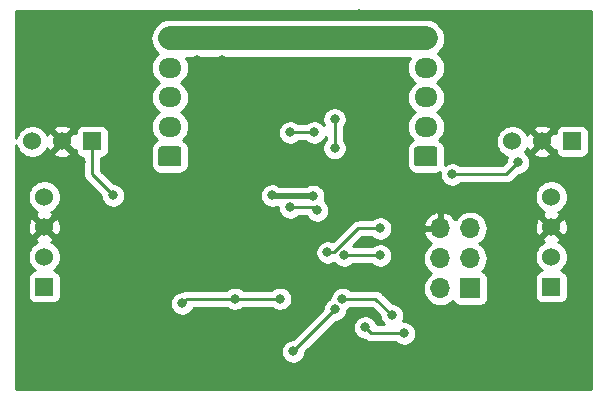
<source format=gbr>
G04 #@! TF.GenerationSoftware,KiCad,Pcbnew,(5.1.0-0)*
G04 #@! TF.CreationDate,2019-05-01T12:35:33-05:00*
G04 #@! TF.ProjectId,splitflap-pcb,73706c69-7466-46c6-9170-2d7063622e6b,rev?*
G04 #@! TF.SameCoordinates,Original*
G04 #@! TF.FileFunction,Copper,L2,Bot*
G04 #@! TF.FilePolarity,Positive*
%FSLAX46Y46*%
G04 Gerber Fmt 4.6, Leading zero omitted, Abs format (unit mm)*
G04 Created by KiCad (PCBNEW (5.1.0-0)) date 2019-05-01 12:35:33*
%MOMM*%
%LPD*%
G04 APERTURE LIST*
%ADD10R,1.700000X1.700000*%
%ADD11O,1.700000X1.700000*%
%ADD12C,0.100000*%
%ADD13C,1.700000*%
%ADD14O,1.950000X1.700000*%
%ADD15C,1.530000*%
%ADD16R,1.530000X1.530000*%
%ADD17R,1.524000X1.524000*%
%ADD18C,1.524000*%
%ADD19C,6.400000*%
%ADD20C,0.800000*%
%ADD21C,0.250000*%
%ADD22C,0.500000*%
%ADD23C,2.000000*%
%ADD24C,0.254000*%
G04 APERTURE END LIST*
D10*
X139116000Y-124130000D03*
D11*
X136576000Y-124130000D03*
X139116000Y-121590000D03*
X136576000Y-121590000D03*
X139116000Y-119050000D03*
X136576000Y-119050000D03*
D12*
G36*
X114440104Y-112105204D02*
G01*
X114464373Y-112108804D01*
X114488171Y-112114765D01*
X114511271Y-112123030D01*
X114533449Y-112133520D01*
X114554493Y-112146133D01*
X114574198Y-112160747D01*
X114592377Y-112177223D01*
X114608853Y-112195402D01*
X114623467Y-112215107D01*
X114636080Y-112236151D01*
X114646570Y-112258329D01*
X114654835Y-112281429D01*
X114660796Y-112305227D01*
X114664396Y-112329496D01*
X114665600Y-112354000D01*
X114665600Y-113554000D01*
X114664396Y-113578504D01*
X114660796Y-113602773D01*
X114654835Y-113626571D01*
X114646570Y-113649671D01*
X114636080Y-113671849D01*
X114623467Y-113692893D01*
X114608853Y-113712598D01*
X114592377Y-113730777D01*
X114574198Y-113747253D01*
X114554493Y-113761867D01*
X114533449Y-113774480D01*
X114511271Y-113784970D01*
X114488171Y-113793235D01*
X114464373Y-113799196D01*
X114440104Y-113802796D01*
X114415600Y-113804000D01*
X112965600Y-113804000D01*
X112941096Y-113802796D01*
X112916827Y-113799196D01*
X112893029Y-113793235D01*
X112869929Y-113784970D01*
X112847751Y-113774480D01*
X112826707Y-113761867D01*
X112807002Y-113747253D01*
X112788823Y-113730777D01*
X112772347Y-113712598D01*
X112757733Y-113692893D01*
X112745120Y-113671849D01*
X112734630Y-113649671D01*
X112726365Y-113626571D01*
X112720404Y-113602773D01*
X112716804Y-113578504D01*
X112715600Y-113554000D01*
X112715600Y-112354000D01*
X112716804Y-112329496D01*
X112720404Y-112305227D01*
X112726365Y-112281429D01*
X112734630Y-112258329D01*
X112745120Y-112236151D01*
X112757733Y-112215107D01*
X112772347Y-112195402D01*
X112788823Y-112177223D01*
X112807002Y-112160747D01*
X112826707Y-112146133D01*
X112847751Y-112133520D01*
X112869929Y-112123030D01*
X112893029Y-112114765D01*
X112916827Y-112108804D01*
X112941096Y-112105204D01*
X112965600Y-112104000D01*
X114415600Y-112104000D01*
X114440104Y-112105204D01*
X114440104Y-112105204D01*
G37*
D13*
X113690600Y-112954000D03*
D14*
X113690600Y-110454000D03*
X113690600Y-107954000D03*
X113690600Y-105454000D03*
X113690600Y-102954000D03*
X135356800Y-102954000D03*
X135356800Y-105454000D03*
X135356800Y-107954000D03*
X135356800Y-110454000D03*
D12*
G36*
X136106304Y-112105204D02*
G01*
X136130573Y-112108804D01*
X136154371Y-112114765D01*
X136177471Y-112123030D01*
X136199649Y-112133520D01*
X136220693Y-112146133D01*
X136240398Y-112160747D01*
X136258577Y-112177223D01*
X136275053Y-112195402D01*
X136289667Y-112215107D01*
X136302280Y-112236151D01*
X136312770Y-112258329D01*
X136321035Y-112281429D01*
X136326996Y-112305227D01*
X136330596Y-112329496D01*
X136331800Y-112354000D01*
X136331800Y-113554000D01*
X136330596Y-113578504D01*
X136326996Y-113602773D01*
X136321035Y-113626571D01*
X136312770Y-113649671D01*
X136302280Y-113671849D01*
X136289667Y-113692893D01*
X136275053Y-113712598D01*
X136258577Y-113730777D01*
X136240398Y-113747253D01*
X136220693Y-113761867D01*
X136199649Y-113774480D01*
X136177471Y-113784970D01*
X136154371Y-113793235D01*
X136130573Y-113799196D01*
X136106304Y-113802796D01*
X136081800Y-113804000D01*
X134631800Y-113804000D01*
X134607296Y-113802796D01*
X134583027Y-113799196D01*
X134559229Y-113793235D01*
X134536129Y-113784970D01*
X134513951Y-113774480D01*
X134492907Y-113761867D01*
X134473202Y-113747253D01*
X134455023Y-113730777D01*
X134438547Y-113712598D01*
X134423933Y-113692893D01*
X134411320Y-113671849D01*
X134400830Y-113649671D01*
X134392565Y-113626571D01*
X134386604Y-113602773D01*
X134383004Y-113578504D01*
X134381800Y-113554000D01*
X134381800Y-112354000D01*
X134383004Y-112329496D01*
X134386604Y-112305227D01*
X134392565Y-112281429D01*
X134400830Y-112258329D01*
X134411320Y-112236151D01*
X134423933Y-112215107D01*
X134438547Y-112195402D01*
X134455023Y-112177223D01*
X134473202Y-112160747D01*
X134492907Y-112146133D01*
X134513951Y-112133520D01*
X134536129Y-112123030D01*
X134559229Y-112114765D01*
X134583027Y-112108804D01*
X134607296Y-112105204D01*
X134631800Y-112104000D01*
X136081800Y-112104000D01*
X136106304Y-112105204D01*
X136106304Y-112105204D01*
G37*
D13*
X135356800Y-112954000D03*
D15*
X103048000Y-121460000D03*
D16*
X103048000Y-124000000D03*
D15*
X103048000Y-118920000D03*
X103048000Y-116380000D03*
D17*
X107112000Y-111684000D03*
D18*
X104572000Y-111684000D03*
X102032000Y-111684000D03*
X142672000Y-111684000D03*
X145212000Y-111684000D03*
D17*
X147752000Y-111684000D03*
D15*
X145974000Y-121460000D03*
D16*
X145974000Y-124000000D03*
D15*
X145974000Y-118920000D03*
X145974000Y-116380000D03*
D19*
X145974000Y-104064000D03*
X104064000Y-129210000D03*
X104064000Y-104064000D03*
X145974000Y-129210000D03*
D20*
X108128000Y-101016000D03*
X109906000Y-101016000D03*
X111684000Y-101016000D03*
X113462000Y-101016000D03*
X115240000Y-101016000D03*
X117018000Y-101016000D03*
X118796000Y-101016000D03*
X120320000Y-101016000D03*
X122352000Y-101016000D03*
X124130000Y-101016000D03*
X125908000Y-101016000D03*
X127686000Y-101016000D03*
X131242000Y-101016000D03*
X133020000Y-101016000D03*
X134798000Y-101016000D03*
X136576000Y-101016000D03*
X138354000Y-101016000D03*
X140132000Y-101016000D03*
X141910000Y-101016000D03*
X143688000Y-101016000D03*
X108128000Y-102794000D03*
X109017000Y-101879600D03*
X140132000Y-102794000D03*
X141910000Y-102794000D03*
X108128000Y-104572000D03*
X124307800Y-105080000D03*
X126670000Y-105080000D03*
X141910000Y-104572000D03*
X108128000Y-106350000D03*
X124307800Y-106604000D03*
X126670000Y-106604000D03*
X141910000Y-106350000D03*
X149022000Y-106350000D03*
X101016000Y-108128000D03*
X102794000Y-108128000D03*
X104572000Y-108128000D03*
X106350000Y-108128000D03*
X108128000Y-108128000D03*
X124307800Y-108128000D03*
X126009600Y-108128000D03*
X141910000Y-108128000D03*
X143688000Y-108128000D03*
X145466000Y-108128000D03*
X147244000Y-108128000D03*
X149022000Y-108128000D03*
X101016000Y-109906000D03*
X102794000Y-109906000D03*
X104572000Y-109906000D03*
X106350000Y-109906000D03*
X108128000Y-109906000D03*
X141910000Y-109906000D03*
X143688000Y-109906000D03*
X145466000Y-109906000D03*
X147244000Y-109906000D03*
X149022000Y-109906000D03*
X103200400Y-113462000D03*
X104572000Y-113462000D03*
X106146800Y-113462000D03*
X116662400Y-113639800D03*
X122250400Y-113512800D03*
X127686000Y-113716000D03*
X110414000Y-114986000D03*
X111684000Y-114986000D03*
X113462000Y-114986000D03*
X115595600Y-115240000D03*
X117424400Y-115240000D03*
X119050000Y-115240000D03*
X120370800Y-115240000D03*
X127305000Y-114986000D03*
X138354000Y-115748000D03*
X148869600Y-115240000D03*
X108128000Y-117526000D03*
X113055600Y-117221200D03*
X117424400Y-117018000D03*
X119050000Y-117018000D03*
X132867600Y-117856200D03*
X134798000Y-116865600D03*
X136576000Y-116865600D03*
X138201600Y-117094200D03*
X140132000Y-116865600D03*
X148869600Y-117018000D03*
X104927600Y-118796000D03*
X106553200Y-118796000D03*
X108128000Y-118796000D03*
X110414000Y-119558000D03*
X112192000Y-119558000D03*
X113970000Y-119558000D03*
X117424400Y-118796000D03*
X119050000Y-118796000D03*
X141910000Y-118796000D03*
X143688000Y-118796000D03*
X148869600Y-118796000D03*
X104927600Y-120218400D03*
X106553200Y-120218400D03*
X108128000Y-120218400D03*
X110414000Y-121336000D03*
X112192000Y-121336000D03*
X113970000Y-121336000D03*
X117424400Y-120574000D03*
X141910000Y-120574000D03*
X143688000Y-120574000D03*
X148869600Y-120574000D03*
X106553200Y-121844000D03*
X108128000Y-121844000D03*
X110414000Y-123114000D03*
X112192000Y-123114000D03*
X113970000Y-123114000D03*
X125908000Y-122352000D03*
X127686000Y-122504400D03*
X141910000Y-121945600D03*
X143688000Y-121869400D03*
X148869600Y-122352000D03*
X108128000Y-123368000D03*
X118288000Y-123622000D03*
X141884600Y-123444200D03*
X148869600Y-124130000D03*
X101143000Y-126111200D03*
X148869600Y-125908000D03*
X111633200Y-128194000D03*
X111633200Y-126924000D03*
X136576000Y-128092400D03*
X138354000Y-128092400D03*
X140132000Y-128092400D03*
X141910000Y-128092400D03*
X133020000Y-129464000D03*
X134798000Y-129464000D03*
X136576000Y-129464000D03*
X138354000Y-129464000D03*
X140132000Y-129464000D03*
X141910000Y-129464000D03*
X124892000Y-130988000D03*
X131242000Y-130835600D03*
X133020000Y-130835600D03*
X134798000Y-130835600D03*
X136576000Y-130835600D03*
X138354000Y-130835600D03*
X140132000Y-130835600D03*
X141910000Y-130835600D03*
X108128000Y-132258000D03*
X109906000Y-132258000D03*
X111684000Y-132258000D03*
X113462000Y-132258000D03*
X115240000Y-132258000D03*
X117018000Y-132258000D03*
X118796000Y-132258000D03*
X120574000Y-132258000D03*
X122352000Y-132258000D03*
X124130000Y-132258000D03*
X125908000Y-132258000D03*
X127686000Y-132258000D03*
X129464000Y-132258000D03*
X131242000Y-132258000D03*
X133020000Y-132258000D03*
X134798000Y-132258000D03*
X136576000Y-132258000D03*
X138354000Y-132258000D03*
X140132000Y-132258000D03*
X141910000Y-132258000D03*
X136576000Y-115748000D03*
X134798000Y-115748000D03*
X148869600Y-113462000D03*
X144196000Y-114351000D03*
X147244000Y-114351000D03*
X133731200Y-116941800D03*
X134798000Y-117983200D03*
X123317200Y-123672800D03*
X115951200Y-104800600D03*
X133883600Y-122555200D03*
X118389600Y-112242800D03*
X118389600Y-113512800D03*
X103860800Y-114427200D03*
X105384800Y-114427200D03*
X133934400Y-124079200D03*
X125501600Y-105029200D03*
X125501600Y-106604000D03*
X124892000Y-109118600D03*
X140894000Y-111506200D03*
X112852400Y-126924000D03*
X112852400Y-128194000D03*
X129692600Y-100914400D03*
X112192000Y-106756400D03*
X112166600Y-109220200D03*
X118135600Y-104800600D03*
X133248600Y-112903200D03*
X129718000Y-114909800D03*
X128600400Y-116002000D03*
X130632400Y-115976600D03*
X122250400Y-112242800D03*
X133197800Y-105105400D03*
X136804600Y-106705600D03*
X136830000Y-109194800D03*
X107493000Y-130937200D03*
X106451600Y-132283400D03*
X143459400Y-132258000D03*
X111328400Y-117195800D03*
X131673800Y-110871200D03*
X108890000Y-116256000D03*
X137592000Y-114478000D03*
X143180000Y-113462000D03*
X122352000Y-116256000D03*
X125831800Y-116306800D03*
X127635200Y-109804400D03*
X127635000Y-112243000D03*
X114732000Y-125400000D03*
X123005999Y-125000001D03*
X119195999Y-125000001D03*
X128302001Y-125000001D03*
X132512000Y-126416000D03*
X128448000Y-121336000D03*
X131496000Y-121336000D03*
X131496000Y-119050000D03*
X127025600Y-121082000D03*
X123876000Y-110922000D03*
X125908000Y-110922000D03*
X123876000Y-117272000D03*
X126162000Y-117526000D03*
X124130000Y-129464000D03*
X127686000Y-125908000D03*
X130226000Y-127432000D03*
X133528000Y-127940000D03*
D21*
X137592000Y-114478000D02*
X140894000Y-114478000D01*
X140894000Y-114478000D02*
X142164000Y-114478000D01*
X142164000Y-114478000D02*
X143180000Y-113462000D01*
X143180000Y-113462000D02*
X143180000Y-113462000D01*
X108890000Y-116256000D02*
X107112000Y-114478000D01*
X107112000Y-114478000D02*
X107112000Y-111684000D01*
D22*
X122402800Y-116306800D02*
X122352000Y-116256000D01*
X125831800Y-116306800D02*
X122402800Y-116306800D01*
D21*
X127635200Y-112242800D02*
X127635000Y-112243000D01*
X127635200Y-109804400D02*
X127635200Y-112242800D01*
D23*
X135356800Y-102954000D02*
X113690600Y-102954000D01*
D21*
X115131999Y-125000001D02*
X119195999Y-125000001D01*
X114732000Y-125400000D02*
X115131999Y-125000001D01*
X123005999Y-125000001D02*
X123005999Y-125000001D01*
X119195999Y-125000001D02*
X123005999Y-125000001D01*
X128302001Y-125000001D02*
X131096001Y-125000001D01*
X131096001Y-125000001D02*
X132512000Y-126416000D01*
X132512000Y-126416000D02*
X132512000Y-126416000D01*
X128448000Y-121336000D02*
X131496000Y-121336000D01*
X127628998Y-121082000D02*
X129660998Y-119050000D01*
X129660998Y-119050000D02*
X131496000Y-119050000D01*
X131496000Y-119050000D02*
X131496000Y-119050000D01*
X127628998Y-121082000D02*
X127025600Y-121082000D01*
X125908000Y-110922000D02*
X123876000Y-110922000D01*
X126162000Y-117272000D02*
X126162000Y-117272000D01*
X125908000Y-117272000D02*
X126162000Y-117526000D01*
X123876000Y-117272000D02*
X125908000Y-117272000D01*
X124130000Y-129464000D02*
X127686000Y-125908000D01*
X127686000Y-125908000D02*
X127686000Y-125908000D01*
X130226000Y-127432000D02*
X130226000Y-127432000D01*
X130734000Y-127940000D02*
X133528000Y-127940000D01*
X130226000Y-127432000D02*
X130734000Y-127940000D01*
D24*
G36*
X149340000Y-132640000D02*
G01*
X100660000Y-132640000D01*
X100660000Y-129362061D01*
X123095000Y-129362061D01*
X123095000Y-129565939D01*
X123134774Y-129765898D01*
X123212795Y-129954256D01*
X123326063Y-130123774D01*
X123470226Y-130267937D01*
X123639744Y-130381205D01*
X123828102Y-130459226D01*
X124028061Y-130499000D01*
X124231939Y-130499000D01*
X124431898Y-130459226D01*
X124620256Y-130381205D01*
X124789774Y-130267937D01*
X124933937Y-130123774D01*
X125047205Y-129954256D01*
X125125226Y-129765898D01*
X125165000Y-129565939D01*
X125165000Y-129503801D01*
X127725803Y-126943000D01*
X127787939Y-126943000D01*
X127987898Y-126903226D01*
X128176256Y-126825205D01*
X128345774Y-126711937D01*
X128489937Y-126567774D01*
X128603205Y-126398256D01*
X128681226Y-126209898D01*
X128721000Y-126009939D01*
X128721000Y-125946722D01*
X128792257Y-125917206D01*
X128961775Y-125803938D01*
X129005712Y-125760001D01*
X130781200Y-125760001D01*
X131477000Y-126455802D01*
X131477000Y-126517939D01*
X131516774Y-126717898D01*
X131594795Y-126906256D01*
X131708063Y-127075774D01*
X131812289Y-127180000D01*
X131231151Y-127180000D01*
X131221226Y-127130102D01*
X131143205Y-126941744D01*
X131029937Y-126772226D01*
X130885774Y-126628063D01*
X130716256Y-126514795D01*
X130527898Y-126436774D01*
X130327939Y-126397000D01*
X130124061Y-126397000D01*
X129924102Y-126436774D01*
X129735744Y-126514795D01*
X129566226Y-126628063D01*
X129422063Y-126772226D01*
X129308795Y-126941744D01*
X129230774Y-127130102D01*
X129191000Y-127330061D01*
X129191000Y-127533939D01*
X129230774Y-127733898D01*
X129308795Y-127922256D01*
X129422063Y-128091774D01*
X129566226Y-128235937D01*
X129735744Y-128349205D01*
X129924102Y-128427226D01*
X130124061Y-128467000D01*
X130183329Y-128467000D01*
X130193999Y-128480001D01*
X130309724Y-128574974D01*
X130441753Y-128645546D01*
X130585014Y-128689003D01*
X130696667Y-128700000D01*
X130696676Y-128700000D01*
X130733999Y-128703676D01*
X130771322Y-128700000D01*
X132824289Y-128700000D01*
X132868226Y-128743937D01*
X133037744Y-128857205D01*
X133226102Y-128935226D01*
X133426061Y-128975000D01*
X133629939Y-128975000D01*
X133829898Y-128935226D01*
X134018256Y-128857205D01*
X134187774Y-128743937D01*
X134331937Y-128599774D01*
X134445205Y-128430256D01*
X134523226Y-128241898D01*
X134563000Y-128041939D01*
X134563000Y-127838061D01*
X134523226Y-127638102D01*
X134445205Y-127449744D01*
X134331937Y-127280226D01*
X134187774Y-127136063D01*
X134018256Y-127022795D01*
X133829898Y-126944774D01*
X133629939Y-126905000D01*
X133429725Y-126905000D01*
X133507226Y-126717898D01*
X133547000Y-126517939D01*
X133547000Y-126314061D01*
X133507226Y-126114102D01*
X133429205Y-125925744D01*
X133315937Y-125756226D01*
X133171774Y-125612063D01*
X133002256Y-125498795D01*
X132813898Y-125420774D01*
X132613939Y-125381000D01*
X132551802Y-125381000D01*
X131659805Y-124489004D01*
X131636002Y-124460000D01*
X131520277Y-124365027D01*
X131388248Y-124294455D01*
X131244987Y-124250998D01*
X131133334Y-124240001D01*
X131133323Y-124240001D01*
X131096001Y-124236325D01*
X131058679Y-124240001D01*
X129005712Y-124240001D01*
X128961775Y-124196064D01*
X128792257Y-124082796D01*
X128603899Y-124004775D01*
X128403940Y-123965001D01*
X128200062Y-123965001D01*
X128000103Y-124004775D01*
X127811745Y-124082796D01*
X127642227Y-124196064D01*
X127498064Y-124340227D01*
X127384796Y-124509745D01*
X127306775Y-124698103D01*
X127267001Y-124898062D01*
X127267001Y-124961279D01*
X127195744Y-124990795D01*
X127026226Y-125104063D01*
X126882063Y-125248226D01*
X126768795Y-125417744D01*
X126690774Y-125606102D01*
X126651000Y-125806061D01*
X126651000Y-125868197D01*
X124090199Y-128429000D01*
X124028061Y-128429000D01*
X123828102Y-128468774D01*
X123639744Y-128546795D01*
X123470226Y-128660063D01*
X123326063Y-128804226D01*
X123212795Y-128973744D01*
X123134774Y-129162102D01*
X123095000Y-129362061D01*
X100660000Y-129362061D01*
X100660000Y-123235000D01*
X101644928Y-123235000D01*
X101644928Y-124765000D01*
X101657188Y-124889482D01*
X101693498Y-125009180D01*
X101752463Y-125119494D01*
X101831815Y-125216185D01*
X101928506Y-125295537D01*
X102038820Y-125354502D01*
X102158518Y-125390812D01*
X102283000Y-125403072D01*
X103813000Y-125403072D01*
X103937482Y-125390812D01*
X104057180Y-125354502D01*
X104162772Y-125298061D01*
X113697000Y-125298061D01*
X113697000Y-125501939D01*
X113736774Y-125701898D01*
X113814795Y-125890256D01*
X113928063Y-126059774D01*
X114072226Y-126203937D01*
X114241744Y-126317205D01*
X114430102Y-126395226D01*
X114630061Y-126435000D01*
X114833939Y-126435000D01*
X115033898Y-126395226D01*
X115222256Y-126317205D01*
X115391774Y-126203937D01*
X115535937Y-126059774D01*
X115649205Y-125890256D01*
X115703159Y-125760001D01*
X118492288Y-125760001D01*
X118536225Y-125803938D01*
X118705743Y-125917206D01*
X118894101Y-125995227D01*
X119094060Y-126035001D01*
X119297938Y-126035001D01*
X119497897Y-125995227D01*
X119686255Y-125917206D01*
X119855773Y-125803938D01*
X119899710Y-125760001D01*
X122302288Y-125760001D01*
X122346225Y-125803938D01*
X122515743Y-125917206D01*
X122704101Y-125995227D01*
X122904060Y-126035001D01*
X123107938Y-126035001D01*
X123307897Y-125995227D01*
X123496255Y-125917206D01*
X123665773Y-125803938D01*
X123809936Y-125659775D01*
X123923204Y-125490257D01*
X124001225Y-125301899D01*
X124040999Y-125101940D01*
X124040999Y-124898062D01*
X124001225Y-124698103D01*
X123923204Y-124509745D01*
X123809936Y-124340227D01*
X123665773Y-124196064D01*
X123496255Y-124082796D01*
X123307897Y-124004775D01*
X123107938Y-123965001D01*
X122904060Y-123965001D01*
X122704101Y-124004775D01*
X122515743Y-124082796D01*
X122346225Y-124196064D01*
X122302288Y-124240001D01*
X119899710Y-124240001D01*
X119855773Y-124196064D01*
X119686255Y-124082796D01*
X119497897Y-124004775D01*
X119297938Y-123965001D01*
X119094060Y-123965001D01*
X118894101Y-124004775D01*
X118705743Y-124082796D01*
X118536225Y-124196064D01*
X118492288Y-124240001D01*
X115169321Y-124240001D01*
X115131998Y-124236325D01*
X115094676Y-124240001D01*
X115094666Y-124240001D01*
X114983013Y-124250998D01*
X114839752Y-124294455D01*
X114707774Y-124365000D01*
X114630061Y-124365000D01*
X114430102Y-124404774D01*
X114241744Y-124482795D01*
X114072226Y-124596063D01*
X113928063Y-124740226D01*
X113814795Y-124909744D01*
X113736774Y-125098102D01*
X113697000Y-125298061D01*
X104162772Y-125298061D01*
X104167494Y-125295537D01*
X104264185Y-125216185D01*
X104343537Y-125119494D01*
X104402502Y-125009180D01*
X104438812Y-124889482D01*
X104451072Y-124765000D01*
X104451072Y-123235000D01*
X104438812Y-123110518D01*
X104402502Y-122990820D01*
X104343537Y-122880506D01*
X104264185Y-122783815D01*
X104167494Y-122704463D01*
X104057180Y-122645498D01*
X103937482Y-122609188D01*
X103859541Y-122601512D01*
X103940448Y-122547451D01*
X104135451Y-122352448D01*
X104288664Y-122123149D01*
X104394199Y-121868365D01*
X104448000Y-121597888D01*
X104448000Y-121322112D01*
X104394199Y-121051635D01*
X104364553Y-120980061D01*
X125990600Y-120980061D01*
X125990600Y-121183939D01*
X126030374Y-121383898D01*
X126108395Y-121572256D01*
X126221663Y-121741774D01*
X126365826Y-121885937D01*
X126535344Y-121999205D01*
X126723702Y-122077226D01*
X126923661Y-122117000D01*
X127127539Y-122117000D01*
X127327498Y-122077226D01*
X127515856Y-121999205D01*
X127606076Y-121938922D01*
X127644063Y-121995774D01*
X127788226Y-122139937D01*
X127957744Y-122253205D01*
X128146102Y-122331226D01*
X128346061Y-122371000D01*
X128549939Y-122371000D01*
X128749898Y-122331226D01*
X128938256Y-122253205D01*
X129107774Y-122139937D01*
X129151711Y-122096000D01*
X130792289Y-122096000D01*
X130836226Y-122139937D01*
X131005744Y-122253205D01*
X131194102Y-122331226D01*
X131394061Y-122371000D01*
X131597939Y-122371000D01*
X131797898Y-122331226D01*
X131986256Y-122253205D01*
X132155774Y-122139937D01*
X132299937Y-121995774D01*
X132413205Y-121826256D01*
X132491226Y-121637898D01*
X132500753Y-121590000D01*
X135083815Y-121590000D01*
X135112487Y-121881111D01*
X135197401Y-122161034D01*
X135335294Y-122419014D01*
X135520866Y-122645134D01*
X135746986Y-122830706D01*
X135801791Y-122860000D01*
X135746986Y-122889294D01*
X135520866Y-123074866D01*
X135335294Y-123300986D01*
X135197401Y-123558966D01*
X135112487Y-123838889D01*
X135083815Y-124130000D01*
X135112487Y-124421111D01*
X135197401Y-124701034D01*
X135335294Y-124959014D01*
X135520866Y-125185134D01*
X135746986Y-125370706D01*
X136004966Y-125508599D01*
X136284889Y-125593513D01*
X136503050Y-125615000D01*
X136648950Y-125615000D01*
X136867111Y-125593513D01*
X137147034Y-125508599D01*
X137405014Y-125370706D01*
X137631134Y-125185134D01*
X137655607Y-125155313D01*
X137676498Y-125224180D01*
X137735463Y-125334494D01*
X137814815Y-125431185D01*
X137911506Y-125510537D01*
X138021820Y-125569502D01*
X138141518Y-125605812D01*
X138266000Y-125618072D01*
X139966000Y-125618072D01*
X140090482Y-125605812D01*
X140210180Y-125569502D01*
X140320494Y-125510537D01*
X140417185Y-125431185D01*
X140496537Y-125334494D01*
X140555502Y-125224180D01*
X140591812Y-125104482D01*
X140604072Y-124980000D01*
X140604072Y-123280000D01*
X140599641Y-123235000D01*
X144570928Y-123235000D01*
X144570928Y-124765000D01*
X144583188Y-124889482D01*
X144619498Y-125009180D01*
X144678463Y-125119494D01*
X144757815Y-125216185D01*
X144854506Y-125295537D01*
X144964820Y-125354502D01*
X145084518Y-125390812D01*
X145209000Y-125403072D01*
X146739000Y-125403072D01*
X146863482Y-125390812D01*
X146983180Y-125354502D01*
X147093494Y-125295537D01*
X147190185Y-125216185D01*
X147269537Y-125119494D01*
X147328502Y-125009180D01*
X147364812Y-124889482D01*
X147377072Y-124765000D01*
X147377072Y-123235000D01*
X147364812Y-123110518D01*
X147328502Y-122990820D01*
X147269537Y-122880506D01*
X147190185Y-122783815D01*
X147093494Y-122704463D01*
X146983180Y-122645498D01*
X146863482Y-122609188D01*
X146785541Y-122601512D01*
X146866448Y-122547451D01*
X147061451Y-122352448D01*
X147214664Y-122123149D01*
X147320199Y-121868365D01*
X147374000Y-121597888D01*
X147374000Y-121322112D01*
X147320199Y-121051635D01*
X147214664Y-120796851D01*
X147061451Y-120567552D01*
X146866448Y-120372549D01*
X146637149Y-120219336D01*
X146572406Y-120192518D01*
X146578072Y-120190478D01*
X146694760Y-120128106D01*
X146762102Y-119887707D01*
X145974000Y-119099605D01*
X145185898Y-119887707D01*
X145253240Y-120128106D01*
X145383336Y-120189312D01*
X145310851Y-120219336D01*
X145081552Y-120372549D01*
X144886549Y-120567552D01*
X144733336Y-120796851D01*
X144627801Y-121051635D01*
X144574000Y-121322112D01*
X144574000Y-121597888D01*
X144627801Y-121868365D01*
X144733336Y-122123149D01*
X144886549Y-122352448D01*
X145081552Y-122547451D01*
X145162459Y-122601512D01*
X145084518Y-122609188D01*
X144964820Y-122645498D01*
X144854506Y-122704463D01*
X144757815Y-122783815D01*
X144678463Y-122880506D01*
X144619498Y-122990820D01*
X144583188Y-123110518D01*
X144570928Y-123235000D01*
X140599641Y-123235000D01*
X140591812Y-123155518D01*
X140555502Y-123035820D01*
X140496537Y-122925506D01*
X140417185Y-122828815D01*
X140320494Y-122749463D01*
X140210180Y-122690498D01*
X140141313Y-122669607D01*
X140171134Y-122645134D01*
X140356706Y-122419014D01*
X140494599Y-122161034D01*
X140579513Y-121881111D01*
X140608185Y-121590000D01*
X140579513Y-121298889D01*
X140494599Y-121018966D01*
X140356706Y-120760986D01*
X140171134Y-120534866D01*
X139945014Y-120349294D01*
X139890209Y-120320000D01*
X139945014Y-120290706D01*
X140171134Y-120105134D01*
X140356706Y-119879014D01*
X140494599Y-119621034D01*
X140579513Y-119341111D01*
X140608185Y-119050000D01*
X140602463Y-118991899D01*
X144569064Y-118991899D01*
X144610086Y-119264607D01*
X144703522Y-119524072D01*
X144765894Y-119640760D01*
X145006293Y-119708102D01*
X145794395Y-118920000D01*
X146153605Y-118920000D01*
X146941707Y-119708102D01*
X147182106Y-119640760D01*
X147299506Y-119391220D01*
X147365967Y-119123573D01*
X147378936Y-118848101D01*
X147337914Y-118575393D01*
X147244478Y-118315928D01*
X147182106Y-118199240D01*
X146941707Y-118131898D01*
X146153605Y-118920000D01*
X145794395Y-118920000D01*
X145006293Y-118131898D01*
X144765894Y-118199240D01*
X144648494Y-118448780D01*
X144582033Y-118716427D01*
X144569064Y-118991899D01*
X140602463Y-118991899D01*
X140579513Y-118758889D01*
X140494599Y-118478966D01*
X140356706Y-118220986D01*
X140171134Y-117994866D01*
X139945014Y-117809294D01*
X139687034Y-117671401D01*
X139407111Y-117586487D01*
X139188950Y-117565000D01*
X139043050Y-117565000D01*
X138824889Y-117586487D01*
X138544966Y-117671401D01*
X138286986Y-117809294D01*
X138060866Y-117994866D01*
X137875294Y-118220986D01*
X137844416Y-118278756D01*
X137673588Y-118049731D01*
X137457355Y-117854822D01*
X137207252Y-117705843D01*
X136932891Y-117608519D01*
X136703000Y-117729186D01*
X136703000Y-118923000D01*
X136723000Y-118923000D01*
X136723000Y-119177000D01*
X136703000Y-119177000D01*
X136703000Y-119197000D01*
X136449000Y-119197000D01*
X136449000Y-119177000D01*
X135255845Y-119177000D01*
X135134524Y-119406890D01*
X135179175Y-119554099D01*
X135304359Y-119816920D01*
X135478412Y-120050269D01*
X135694645Y-120245178D01*
X135811523Y-120314799D01*
X135746986Y-120349294D01*
X135520866Y-120534866D01*
X135335294Y-120760986D01*
X135197401Y-121018966D01*
X135112487Y-121298889D01*
X135083815Y-121590000D01*
X132500753Y-121590000D01*
X132531000Y-121437939D01*
X132531000Y-121234061D01*
X132491226Y-121034102D01*
X132413205Y-120845744D01*
X132299937Y-120676226D01*
X132155774Y-120532063D01*
X131986256Y-120418795D01*
X131797898Y-120340774D01*
X131597939Y-120301000D01*
X131394061Y-120301000D01*
X131194102Y-120340774D01*
X131005744Y-120418795D01*
X130836226Y-120532063D01*
X130792289Y-120576000D01*
X129209800Y-120576000D01*
X129975800Y-119810000D01*
X130792289Y-119810000D01*
X130836226Y-119853937D01*
X131005744Y-119967205D01*
X131194102Y-120045226D01*
X131394061Y-120085000D01*
X131597939Y-120085000D01*
X131797898Y-120045226D01*
X131986256Y-119967205D01*
X132155774Y-119853937D01*
X132299937Y-119709774D01*
X132413205Y-119540256D01*
X132491226Y-119351898D01*
X132531000Y-119151939D01*
X132531000Y-118948061D01*
X132491226Y-118748102D01*
X132468448Y-118693110D01*
X135134524Y-118693110D01*
X135255845Y-118923000D01*
X136449000Y-118923000D01*
X136449000Y-117729186D01*
X136219109Y-117608519D01*
X135944748Y-117705843D01*
X135694645Y-117854822D01*
X135478412Y-118049731D01*
X135304359Y-118283080D01*
X135179175Y-118545901D01*
X135134524Y-118693110D01*
X132468448Y-118693110D01*
X132413205Y-118559744D01*
X132299937Y-118390226D01*
X132155774Y-118246063D01*
X131986256Y-118132795D01*
X131797898Y-118054774D01*
X131597939Y-118015000D01*
X131394061Y-118015000D01*
X131194102Y-118054774D01*
X131005744Y-118132795D01*
X130836226Y-118246063D01*
X130792289Y-118290000D01*
X129698321Y-118290000D01*
X129660998Y-118286324D01*
X129623675Y-118290000D01*
X129623665Y-118290000D01*
X129512012Y-118300997D01*
X129368751Y-118344454D01*
X129236721Y-118415026D01*
X129158811Y-118478966D01*
X129120997Y-118509999D01*
X129097199Y-118538997D01*
X127484422Y-120151775D01*
X127327498Y-120086774D01*
X127127539Y-120047000D01*
X126923661Y-120047000D01*
X126723702Y-120086774D01*
X126535344Y-120164795D01*
X126365826Y-120278063D01*
X126221663Y-120422226D01*
X126108395Y-120591744D01*
X126030374Y-120780102D01*
X125990600Y-120980061D01*
X104364553Y-120980061D01*
X104288664Y-120796851D01*
X104135451Y-120567552D01*
X103940448Y-120372549D01*
X103711149Y-120219336D01*
X103646406Y-120192518D01*
X103652072Y-120190478D01*
X103768760Y-120128106D01*
X103836102Y-119887707D01*
X103048000Y-119099605D01*
X102259898Y-119887707D01*
X102327240Y-120128106D01*
X102457336Y-120189312D01*
X102384851Y-120219336D01*
X102155552Y-120372549D01*
X101960549Y-120567552D01*
X101807336Y-120796851D01*
X101701801Y-121051635D01*
X101648000Y-121322112D01*
X101648000Y-121597888D01*
X101701801Y-121868365D01*
X101807336Y-122123149D01*
X101960549Y-122352448D01*
X102155552Y-122547451D01*
X102236459Y-122601512D01*
X102158518Y-122609188D01*
X102038820Y-122645498D01*
X101928506Y-122704463D01*
X101831815Y-122783815D01*
X101752463Y-122880506D01*
X101693498Y-122990820D01*
X101657188Y-123110518D01*
X101644928Y-123235000D01*
X100660000Y-123235000D01*
X100660000Y-118991899D01*
X101643064Y-118991899D01*
X101684086Y-119264607D01*
X101777522Y-119524072D01*
X101839894Y-119640760D01*
X102080293Y-119708102D01*
X102868395Y-118920000D01*
X103227605Y-118920000D01*
X104015707Y-119708102D01*
X104256106Y-119640760D01*
X104373506Y-119391220D01*
X104439967Y-119123573D01*
X104452936Y-118848101D01*
X104411914Y-118575393D01*
X104318478Y-118315928D01*
X104256106Y-118199240D01*
X104015707Y-118131898D01*
X103227605Y-118920000D01*
X102868395Y-118920000D01*
X102080293Y-118131898D01*
X101839894Y-118199240D01*
X101722494Y-118448780D01*
X101656033Y-118716427D01*
X101643064Y-118991899D01*
X100660000Y-118991899D01*
X100660000Y-116242112D01*
X101648000Y-116242112D01*
X101648000Y-116517888D01*
X101701801Y-116788365D01*
X101807336Y-117043149D01*
X101960549Y-117272448D01*
X102155552Y-117467451D01*
X102384851Y-117620664D01*
X102449594Y-117647482D01*
X102443928Y-117649522D01*
X102327240Y-117711894D01*
X102259898Y-117952293D01*
X103048000Y-118740395D01*
X103836102Y-117952293D01*
X103768760Y-117711894D01*
X103638664Y-117650688D01*
X103711149Y-117620664D01*
X103940448Y-117467451D01*
X104135451Y-117272448D01*
X104288664Y-117043149D01*
X104394199Y-116788365D01*
X104448000Y-116517888D01*
X104448000Y-116242112D01*
X104394199Y-115971635D01*
X104288664Y-115716851D01*
X104135451Y-115487552D01*
X103940448Y-115292549D01*
X103711149Y-115139336D01*
X103456365Y-115033801D01*
X103185888Y-114980000D01*
X102910112Y-114980000D01*
X102639635Y-115033801D01*
X102384851Y-115139336D01*
X102155552Y-115292549D01*
X101960549Y-115487552D01*
X101807336Y-115716851D01*
X101701801Y-115971635D01*
X101648000Y-116242112D01*
X100660000Y-116242112D01*
X100660000Y-111947276D01*
X100688686Y-112091490D01*
X100793995Y-112345727D01*
X100946880Y-112574535D01*
X101141465Y-112769120D01*
X101370273Y-112922005D01*
X101624510Y-113027314D01*
X101894408Y-113081000D01*
X102169592Y-113081000D01*
X102439490Y-113027314D01*
X102693727Y-112922005D01*
X102922535Y-112769120D01*
X103042090Y-112649565D01*
X103786040Y-112649565D01*
X103853020Y-112889656D01*
X104102048Y-113006756D01*
X104369135Y-113073023D01*
X104644017Y-113085910D01*
X104916133Y-113044922D01*
X105175023Y-112951636D01*
X105290980Y-112889656D01*
X105357960Y-112649565D01*
X104572000Y-111863605D01*
X103786040Y-112649565D01*
X103042090Y-112649565D01*
X103117120Y-112574535D01*
X103270005Y-112345727D01*
X103299692Y-112274057D01*
X103304364Y-112287023D01*
X103366344Y-112402980D01*
X103606435Y-112469960D01*
X104392395Y-111684000D01*
X104751605Y-111684000D01*
X105537565Y-112469960D01*
X105711928Y-112421317D01*
X105711928Y-112446000D01*
X105724188Y-112570482D01*
X105760498Y-112690180D01*
X105819463Y-112800494D01*
X105898815Y-112897185D01*
X105995506Y-112976537D01*
X106105820Y-113035502D01*
X106225518Y-113071812D01*
X106350000Y-113084072D01*
X106352000Y-113084072D01*
X106352000Y-114440677D01*
X106348324Y-114478000D01*
X106352000Y-114515322D01*
X106352000Y-114515332D01*
X106362997Y-114626985D01*
X106406454Y-114770246D01*
X106477026Y-114902276D01*
X106516871Y-114950826D01*
X106571999Y-115018001D01*
X106601003Y-115041804D01*
X107855000Y-116295802D01*
X107855000Y-116357939D01*
X107894774Y-116557898D01*
X107972795Y-116746256D01*
X108086063Y-116915774D01*
X108230226Y-117059937D01*
X108399744Y-117173205D01*
X108588102Y-117251226D01*
X108788061Y-117291000D01*
X108991939Y-117291000D01*
X109191898Y-117251226D01*
X109380256Y-117173205D01*
X109549774Y-117059937D01*
X109693937Y-116915774D01*
X109807205Y-116746256D01*
X109885226Y-116557898D01*
X109925000Y-116357939D01*
X109925000Y-116154061D01*
X121317000Y-116154061D01*
X121317000Y-116357939D01*
X121356774Y-116557898D01*
X121434795Y-116746256D01*
X121548063Y-116915774D01*
X121692226Y-117059937D01*
X121861744Y-117173205D01*
X122050102Y-117251226D01*
X122250061Y-117291000D01*
X122453939Y-117291000D01*
X122653898Y-117251226D01*
X122797364Y-117191800D01*
X122841000Y-117191800D01*
X122841000Y-117373939D01*
X122880774Y-117573898D01*
X122958795Y-117762256D01*
X123072063Y-117931774D01*
X123216226Y-118075937D01*
X123385744Y-118189205D01*
X123574102Y-118267226D01*
X123774061Y-118307000D01*
X123977939Y-118307000D01*
X124177898Y-118267226D01*
X124366256Y-118189205D01*
X124535774Y-118075937D01*
X124579711Y-118032000D01*
X125255315Y-118032000D01*
X125358063Y-118185774D01*
X125502226Y-118329937D01*
X125671744Y-118443205D01*
X125860102Y-118521226D01*
X126060061Y-118561000D01*
X126263939Y-118561000D01*
X126463898Y-118521226D01*
X126652256Y-118443205D01*
X126821774Y-118329937D01*
X126965937Y-118185774D01*
X127079205Y-118016256D01*
X127157226Y-117827898D01*
X127197000Y-117627939D01*
X127197000Y-117424061D01*
X127157226Y-117224102D01*
X127079205Y-117035744D01*
X126965937Y-116866226D01*
X126821774Y-116722063D01*
X126789109Y-116700237D01*
X126827026Y-116608698D01*
X126866800Y-116408739D01*
X126866800Y-116242112D01*
X144574000Y-116242112D01*
X144574000Y-116517888D01*
X144627801Y-116788365D01*
X144733336Y-117043149D01*
X144886549Y-117272448D01*
X145081552Y-117467451D01*
X145310851Y-117620664D01*
X145375594Y-117647482D01*
X145369928Y-117649522D01*
X145253240Y-117711894D01*
X145185898Y-117952293D01*
X145974000Y-118740395D01*
X146762102Y-117952293D01*
X146694760Y-117711894D01*
X146564664Y-117650688D01*
X146637149Y-117620664D01*
X146866448Y-117467451D01*
X147061451Y-117272448D01*
X147214664Y-117043149D01*
X147320199Y-116788365D01*
X147374000Y-116517888D01*
X147374000Y-116242112D01*
X147320199Y-115971635D01*
X147214664Y-115716851D01*
X147061451Y-115487552D01*
X146866448Y-115292549D01*
X146637149Y-115139336D01*
X146382365Y-115033801D01*
X146111888Y-114980000D01*
X145836112Y-114980000D01*
X145565635Y-115033801D01*
X145310851Y-115139336D01*
X145081552Y-115292549D01*
X144886549Y-115487552D01*
X144733336Y-115716851D01*
X144627801Y-115971635D01*
X144574000Y-116242112D01*
X126866800Y-116242112D01*
X126866800Y-116204861D01*
X126827026Y-116004902D01*
X126749005Y-115816544D01*
X126635737Y-115647026D01*
X126491574Y-115502863D01*
X126322056Y-115389595D01*
X126133698Y-115311574D01*
X125933739Y-115271800D01*
X125729861Y-115271800D01*
X125529902Y-115311574D01*
X125341544Y-115389595D01*
X125293346Y-115421800D01*
X122966482Y-115421800D01*
X122842256Y-115338795D01*
X122653898Y-115260774D01*
X122453939Y-115221000D01*
X122250061Y-115221000D01*
X122050102Y-115260774D01*
X121861744Y-115338795D01*
X121692226Y-115452063D01*
X121548063Y-115596226D01*
X121434795Y-115765744D01*
X121356774Y-115954102D01*
X121317000Y-116154061D01*
X109925000Y-116154061D01*
X109885226Y-115954102D01*
X109807205Y-115765744D01*
X109693937Y-115596226D01*
X109549774Y-115452063D01*
X109380256Y-115338795D01*
X109191898Y-115260774D01*
X108991939Y-115221000D01*
X108929802Y-115221000D01*
X107872000Y-114163199D01*
X107872000Y-113084072D01*
X107874000Y-113084072D01*
X107998482Y-113071812D01*
X108118180Y-113035502D01*
X108228494Y-112976537D01*
X108325185Y-112897185D01*
X108404537Y-112800494D01*
X108463502Y-112690180D01*
X108499812Y-112570482D01*
X108512072Y-112446000D01*
X108512072Y-110922000D01*
X108499812Y-110797518D01*
X108463502Y-110677820D01*
X108404537Y-110567506D01*
X108325185Y-110470815D01*
X108228494Y-110391463D01*
X108118180Y-110332498D01*
X107998482Y-110296188D01*
X107874000Y-110283928D01*
X106350000Y-110283928D01*
X106225518Y-110296188D01*
X106105820Y-110332498D01*
X105995506Y-110391463D01*
X105898815Y-110470815D01*
X105819463Y-110567506D01*
X105760498Y-110677820D01*
X105724188Y-110797518D01*
X105711928Y-110922000D01*
X105711928Y-110946683D01*
X105537565Y-110898040D01*
X104751605Y-111684000D01*
X104392395Y-111684000D01*
X103606435Y-110898040D01*
X103366344Y-110965020D01*
X103302515Y-111100760D01*
X103270005Y-111022273D01*
X103117120Y-110793465D01*
X103042090Y-110718435D01*
X103786040Y-110718435D01*
X104572000Y-111504395D01*
X105357960Y-110718435D01*
X105290980Y-110478344D01*
X105041952Y-110361244D01*
X104774865Y-110294977D01*
X104499983Y-110282090D01*
X104227867Y-110323078D01*
X103968977Y-110416364D01*
X103853020Y-110478344D01*
X103786040Y-110718435D01*
X103042090Y-110718435D01*
X102922535Y-110598880D01*
X102693727Y-110445995D01*
X102439490Y-110340686D01*
X102169592Y-110287000D01*
X101894408Y-110287000D01*
X101624510Y-110340686D01*
X101370273Y-110445995D01*
X101141465Y-110598880D01*
X100946880Y-110793465D01*
X100793995Y-111022273D01*
X100688686Y-111276510D01*
X100660000Y-111420724D01*
X100660000Y-102954000D01*
X112047689Y-102954000D01*
X112079257Y-103274516D01*
X112172748Y-103582715D01*
X112324569Y-103866752D01*
X112528886Y-104115714D01*
X112692187Y-104249731D01*
X112510466Y-104398866D01*
X112324894Y-104624986D01*
X112187001Y-104882966D01*
X112102087Y-105162889D01*
X112073415Y-105454000D01*
X112102087Y-105745111D01*
X112187001Y-106025034D01*
X112324894Y-106283014D01*
X112510466Y-106509134D01*
X112736586Y-106694706D01*
X112753974Y-106704000D01*
X112736586Y-106713294D01*
X112510466Y-106898866D01*
X112324894Y-107124986D01*
X112187001Y-107382966D01*
X112102087Y-107662889D01*
X112073415Y-107954000D01*
X112102087Y-108245111D01*
X112187001Y-108525034D01*
X112324894Y-108783014D01*
X112510466Y-109009134D01*
X112736586Y-109194706D01*
X112753974Y-109204000D01*
X112736586Y-109213294D01*
X112510466Y-109398866D01*
X112324894Y-109624986D01*
X112187001Y-109882966D01*
X112102087Y-110162889D01*
X112073415Y-110454000D01*
X112102087Y-110745111D01*
X112187001Y-111025034D01*
X112324894Y-111283014D01*
X112510466Y-111509134D01*
X112573937Y-111561223D01*
X112472214Y-111615595D01*
X112337638Y-111726038D01*
X112227195Y-111860614D01*
X112145128Y-112014150D01*
X112094592Y-112180746D01*
X112077528Y-112354000D01*
X112077528Y-113554000D01*
X112094592Y-113727254D01*
X112145128Y-113893850D01*
X112227195Y-114047386D01*
X112337638Y-114181962D01*
X112472214Y-114292405D01*
X112625750Y-114374472D01*
X112792346Y-114425008D01*
X112965600Y-114442072D01*
X114415600Y-114442072D01*
X114588854Y-114425008D01*
X114755450Y-114374472D01*
X114908986Y-114292405D01*
X115043562Y-114181962D01*
X115154005Y-114047386D01*
X115236072Y-113893850D01*
X115286608Y-113727254D01*
X115303672Y-113554000D01*
X115303672Y-112354000D01*
X115286608Y-112180746D01*
X115236072Y-112014150D01*
X115154005Y-111860614D01*
X115043562Y-111726038D01*
X114908986Y-111615595D01*
X114807263Y-111561223D01*
X114870734Y-111509134D01*
X115056306Y-111283014D01*
X115194199Y-111025034D01*
X115256377Y-110820061D01*
X122841000Y-110820061D01*
X122841000Y-111023939D01*
X122880774Y-111223898D01*
X122958795Y-111412256D01*
X123072063Y-111581774D01*
X123216226Y-111725937D01*
X123385744Y-111839205D01*
X123574102Y-111917226D01*
X123774061Y-111957000D01*
X123977939Y-111957000D01*
X124177898Y-111917226D01*
X124366256Y-111839205D01*
X124535774Y-111725937D01*
X124579711Y-111682000D01*
X125204289Y-111682000D01*
X125248226Y-111725937D01*
X125417744Y-111839205D01*
X125606102Y-111917226D01*
X125806061Y-111957000D01*
X126009939Y-111957000D01*
X126209898Y-111917226D01*
X126398256Y-111839205D01*
X126567774Y-111725937D01*
X126711937Y-111581774D01*
X126825205Y-111412256D01*
X126875201Y-111291557D01*
X126875201Y-111539088D01*
X126831063Y-111583226D01*
X126717795Y-111752744D01*
X126639774Y-111941102D01*
X126600000Y-112141061D01*
X126600000Y-112344939D01*
X126639774Y-112544898D01*
X126717795Y-112733256D01*
X126831063Y-112902774D01*
X126975226Y-113046937D01*
X127144744Y-113160205D01*
X127333102Y-113238226D01*
X127533061Y-113278000D01*
X127736939Y-113278000D01*
X127936898Y-113238226D01*
X128125256Y-113160205D01*
X128294774Y-113046937D01*
X128438937Y-112902774D01*
X128552205Y-112733256D01*
X128630226Y-112544898D01*
X128670000Y-112344939D01*
X128670000Y-112141061D01*
X128630226Y-111941102D01*
X128552205Y-111752744D01*
X128438937Y-111583226D01*
X128395200Y-111539489D01*
X128395200Y-110508111D01*
X128439137Y-110464174D01*
X128552405Y-110294656D01*
X128630426Y-110106298D01*
X128670200Y-109906339D01*
X128670200Y-109702461D01*
X128630426Y-109502502D01*
X128552405Y-109314144D01*
X128439137Y-109144626D01*
X128294974Y-109000463D01*
X128125456Y-108887195D01*
X127937098Y-108809174D01*
X127737139Y-108769400D01*
X127533261Y-108769400D01*
X127333302Y-108809174D01*
X127144944Y-108887195D01*
X126975426Y-109000463D01*
X126831263Y-109144626D01*
X126717995Y-109314144D01*
X126639974Y-109502502D01*
X126600200Y-109702461D01*
X126600200Y-109906339D01*
X126639974Y-110106298D01*
X126699347Y-110249636D01*
X126567774Y-110118063D01*
X126398256Y-110004795D01*
X126209898Y-109926774D01*
X126009939Y-109887000D01*
X125806061Y-109887000D01*
X125606102Y-109926774D01*
X125417744Y-110004795D01*
X125248226Y-110118063D01*
X125204289Y-110162000D01*
X124579711Y-110162000D01*
X124535774Y-110118063D01*
X124366256Y-110004795D01*
X124177898Y-109926774D01*
X123977939Y-109887000D01*
X123774061Y-109887000D01*
X123574102Y-109926774D01*
X123385744Y-110004795D01*
X123216226Y-110118063D01*
X123072063Y-110262226D01*
X122958795Y-110431744D01*
X122880774Y-110620102D01*
X122841000Y-110820061D01*
X115256377Y-110820061D01*
X115279113Y-110745111D01*
X115307785Y-110454000D01*
X115279113Y-110162889D01*
X115194199Y-109882966D01*
X115056306Y-109624986D01*
X114870734Y-109398866D01*
X114644614Y-109213294D01*
X114627226Y-109204000D01*
X114644614Y-109194706D01*
X114870734Y-109009134D01*
X115056306Y-108783014D01*
X115194199Y-108525034D01*
X115279113Y-108245111D01*
X115307785Y-107954000D01*
X115279113Y-107662889D01*
X115194199Y-107382966D01*
X115056306Y-107124986D01*
X114870734Y-106898866D01*
X114644614Y-106713294D01*
X114627226Y-106704000D01*
X114644614Y-106694706D01*
X114870734Y-106509134D01*
X115056306Y-106283014D01*
X115194199Y-106025034D01*
X115279113Y-105745111D01*
X115307785Y-105454000D01*
X115279113Y-105162889D01*
X115194199Y-104882966D01*
X115056306Y-104624986D01*
X115026773Y-104589000D01*
X134020627Y-104589000D01*
X133991094Y-104624986D01*
X133853201Y-104882966D01*
X133768287Y-105162889D01*
X133739615Y-105454000D01*
X133768287Y-105745111D01*
X133853201Y-106025034D01*
X133991094Y-106283014D01*
X134176666Y-106509134D01*
X134402786Y-106694706D01*
X134420174Y-106704000D01*
X134402786Y-106713294D01*
X134176666Y-106898866D01*
X133991094Y-107124986D01*
X133853201Y-107382966D01*
X133768287Y-107662889D01*
X133739615Y-107954000D01*
X133768287Y-108245111D01*
X133853201Y-108525034D01*
X133991094Y-108783014D01*
X134176666Y-109009134D01*
X134402786Y-109194706D01*
X134420174Y-109204000D01*
X134402786Y-109213294D01*
X134176666Y-109398866D01*
X133991094Y-109624986D01*
X133853201Y-109882966D01*
X133768287Y-110162889D01*
X133739615Y-110454000D01*
X133768287Y-110745111D01*
X133853201Y-111025034D01*
X133991094Y-111283014D01*
X134176666Y-111509134D01*
X134240137Y-111561223D01*
X134138414Y-111615595D01*
X134003838Y-111726038D01*
X133893395Y-111860614D01*
X133811328Y-112014150D01*
X133760792Y-112180746D01*
X133743728Y-112354000D01*
X133743728Y-113554000D01*
X133760792Y-113727254D01*
X133811328Y-113893850D01*
X133893395Y-114047386D01*
X134003838Y-114181962D01*
X134138414Y-114292405D01*
X134291950Y-114374472D01*
X134458546Y-114425008D01*
X134631800Y-114442072D01*
X136081800Y-114442072D01*
X136255054Y-114425008D01*
X136421650Y-114374472D01*
X136573456Y-114293330D01*
X136557000Y-114376061D01*
X136557000Y-114579939D01*
X136596774Y-114779898D01*
X136674795Y-114968256D01*
X136788063Y-115137774D01*
X136932226Y-115281937D01*
X137101744Y-115395205D01*
X137290102Y-115473226D01*
X137490061Y-115513000D01*
X137693939Y-115513000D01*
X137893898Y-115473226D01*
X138082256Y-115395205D01*
X138251774Y-115281937D01*
X138295711Y-115238000D01*
X142126678Y-115238000D01*
X142164000Y-115241676D01*
X142201322Y-115238000D01*
X142201333Y-115238000D01*
X142312986Y-115227003D01*
X142456247Y-115183546D01*
X142588276Y-115112974D01*
X142704001Y-115018001D01*
X142727804Y-114988998D01*
X143219802Y-114497000D01*
X143281939Y-114497000D01*
X143481898Y-114457226D01*
X143670256Y-114379205D01*
X143839774Y-114265937D01*
X143983937Y-114121774D01*
X144097205Y-113952256D01*
X144175226Y-113763898D01*
X144215000Y-113563939D01*
X144215000Y-113360061D01*
X144175226Y-113160102D01*
X144097205Y-112971744D01*
X143983937Y-112802226D01*
X143839774Y-112658063D01*
X143827056Y-112649565D01*
X144426040Y-112649565D01*
X144493020Y-112889656D01*
X144742048Y-113006756D01*
X145009135Y-113073023D01*
X145284017Y-113085910D01*
X145556133Y-113044922D01*
X145815023Y-112951636D01*
X145930980Y-112889656D01*
X145997960Y-112649565D01*
X145212000Y-111863605D01*
X144426040Y-112649565D01*
X143827056Y-112649565D01*
X143740155Y-112591500D01*
X143757120Y-112574535D01*
X143910005Y-112345727D01*
X143939692Y-112274057D01*
X143944364Y-112287023D01*
X144006344Y-112402980D01*
X144246435Y-112469960D01*
X145032395Y-111684000D01*
X145391605Y-111684000D01*
X146177565Y-112469960D01*
X146351928Y-112421317D01*
X146351928Y-112446000D01*
X146364188Y-112570482D01*
X146400498Y-112690180D01*
X146459463Y-112800494D01*
X146538815Y-112897185D01*
X146635506Y-112976537D01*
X146745820Y-113035502D01*
X146865518Y-113071812D01*
X146990000Y-113084072D01*
X148514000Y-113084072D01*
X148638482Y-113071812D01*
X148758180Y-113035502D01*
X148868494Y-112976537D01*
X148965185Y-112897185D01*
X149044537Y-112800494D01*
X149103502Y-112690180D01*
X149139812Y-112570482D01*
X149152072Y-112446000D01*
X149152072Y-110922000D01*
X149139812Y-110797518D01*
X149103502Y-110677820D01*
X149044537Y-110567506D01*
X148965185Y-110470815D01*
X148868494Y-110391463D01*
X148758180Y-110332498D01*
X148638482Y-110296188D01*
X148514000Y-110283928D01*
X146990000Y-110283928D01*
X146865518Y-110296188D01*
X146745820Y-110332498D01*
X146635506Y-110391463D01*
X146538815Y-110470815D01*
X146459463Y-110567506D01*
X146400498Y-110677820D01*
X146364188Y-110797518D01*
X146351928Y-110922000D01*
X146351928Y-110946683D01*
X146177565Y-110898040D01*
X145391605Y-111684000D01*
X145032395Y-111684000D01*
X144246435Y-110898040D01*
X144006344Y-110965020D01*
X143942515Y-111100760D01*
X143910005Y-111022273D01*
X143757120Y-110793465D01*
X143682090Y-110718435D01*
X144426040Y-110718435D01*
X145212000Y-111504395D01*
X145997960Y-110718435D01*
X145930980Y-110478344D01*
X145681952Y-110361244D01*
X145414865Y-110294977D01*
X145139983Y-110282090D01*
X144867867Y-110323078D01*
X144608977Y-110416364D01*
X144493020Y-110478344D01*
X144426040Y-110718435D01*
X143682090Y-110718435D01*
X143562535Y-110598880D01*
X143333727Y-110445995D01*
X143079490Y-110340686D01*
X142809592Y-110287000D01*
X142534408Y-110287000D01*
X142264510Y-110340686D01*
X142010273Y-110445995D01*
X141781465Y-110598880D01*
X141586880Y-110793465D01*
X141433995Y-111022273D01*
X141328686Y-111276510D01*
X141275000Y-111546408D01*
X141275000Y-111821592D01*
X141328686Y-112091490D01*
X141433995Y-112345727D01*
X141586880Y-112574535D01*
X141781465Y-112769120D01*
X142010273Y-112922005D01*
X142243399Y-113018570D01*
X142184774Y-113160102D01*
X142145000Y-113360061D01*
X142145000Y-113422198D01*
X141849199Y-113718000D01*
X138295711Y-113718000D01*
X138251774Y-113674063D01*
X138082256Y-113560795D01*
X137893898Y-113482774D01*
X137693939Y-113443000D01*
X137490061Y-113443000D01*
X137290102Y-113482774D01*
X137101744Y-113560795D01*
X136959866Y-113655595D01*
X136969872Y-113554000D01*
X136969872Y-112354000D01*
X136952808Y-112180746D01*
X136902272Y-112014150D01*
X136820205Y-111860614D01*
X136709762Y-111726038D01*
X136575186Y-111615595D01*
X136473463Y-111561223D01*
X136536934Y-111509134D01*
X136722506Y-111283014D01*
X136860399Y-111025034D01*
X136945313Y-110745111D01*
X136973985Y-110454000D01*
X136945313Y-110162889D01*
X136860399Y-109882966D01*
X136722506Y-109624986D01*
X136536934Y-109398866D01*
X136310814Y-109213294D01*
X136293426Y-109204000D01*
X136310814Y-109194706D01*
X136536934Y-109009134D01*
X136722506Y-108783014D01*
X136860399Y-108525034D01*
X136945313Y-108245111D01*
X136973985Y-107954000D01*
X136945313Y-107662889D01*
X136860399Y-107382966D01*
X136722506Y-107124986D01*
X136536934Y-106898866D01*
X136310814Y-106713294D01*
X136293426Y-106704000D01*
X136310814Y-106694706D01*
X136536934Y-106509134D01*
X136722506Y-106283014D01*
X136860399Y-106025034D01*
X136945313Y-105745111D01*
X136973985Y-105454000D01*
X136945313Y-105162889D01*
X136860399Y-104882966D01*
X136722506Y-104624986D01*
X136536934Y-104398866D01*
X136355213Y-104249731D01*
X136518514Y-104115714D01*
X136722831Y-103866752D01*
X136874652Y-103582715D01*
X136968143Y-103274516D01*
X136999711Y-102954000D01*
X136968143Y-102633484D01*
X136874652Y-102325285D01*
X136722831Y-102041248D01*
X136518514Y-101792286D01*
X136269552Y-101587969D01*
X135985515Y-101436148D01*
X135677316Y-101342657D01*
X135437122Y-101319000D01*
X113610278Y-101319000D01*
X113370084Y-101342657D01*
X113061885Y-101436148D01*
X112777848Y-101587969D01*
X112528886Y-101792286D01*
X112324569Y-102041248D01*
X112172748Y-102325285D01*
X112079257Y-102633484D01*
X112047689Y-102954000D01*
X100660000Y-102954000D01*
X100660000Y-100660000D01*
X149340001Y-100660000D01*
X149340000Y-132640000D01*
X149340000Y-132640000D01*
G37*
X149340000Y-132640000D02*
X100660000Y-132640000D01*
X100660000Y-129362061D01*
X123095000Y-129362061D01*
X123095000Y-129565939D01*
X123134774Y-129765898D01*
X123212795Y-129954256D01*
X123326063Y-130123774D01*
X123470226Y-130267937D01*
X123639744Y-130381205D01*
X123828102Y-130459226D01*
X124028061Y-130499000D01*
X124231939Y-130499000D01*
X124431898Y-130459226D01*
X124620256Y-130381205D01*
X124789774Y-130267937D01*
X124933937Y-130123774D01*
X125047205Y-129954256D01*
X125125226Y-129765898D01*
X125165000Y-129565939D01*
X125165000Y-129503801D01*
X127725803Y-126943000D01*
X127787939Y-126943000D01*
X127987898Y-126903226D01*
X128176256Y-126825205D01*
X128345774Y-126711937D01*
X128489937Y-126567774D01*
X128603205Y-126398256D01*
X128681226Y-126209898D01*
X128721000Y-126009939D01*
X128721000Y-125946722D01*
X128792257Y-125917206D01*
X128961775Y-125803938D01*
X129005712Y-125760001D01*
X130781200Y-125760001D01*
X131477000Y-126455802D01*
X131477000Y-126517939D01*
X131516774Y-126717898D01*
X131594795Y-126906256D01*
X131708063Y-127075774D01*
X131812289Y-127180000D01*
X131231151Y-127180000D01*
X131221226Y-127130102D01*
X131143205Y-126941744D01*
X131029937Y-126772226D01*
X130885774Y-126628063D01*
X130716256Y-126514795D01*
X130527898Y-126436774D01*
X130327939Y-126397000D01*
X130124061Y-126397000D01*
X129924102Y-126436774D01*
X129735744Y-126514795D01*
X129566226Y-126628063D01*
X129422063Y-126772226D01*
X129308795Y-126941744D01*
X129230774Y-127130102D01*
X129191000Y-127330061D01*
X129191000Y-127533939D01*
X129230774Y-127733898D01*
X129308795Y-127922256D01*
X129422063Y-128091774D01*
X129566226Y-128235937D01*
X129735744Y-128349205D01*
X129924102Y-128427226D01*
X130124061Y-128467000D01*
X130183329Y-128467000D01*
X130193999Y-128480001D01*
X130309724Y-128574974D01*
X130441753Y-128645546D01*
X130585014Y-128689003D01*
X130696667Y-128700000D01*
X130696676Y-128700000D01*
X130733999Y-128703676D01*
X130771322Y-128700000D01*
X132824289Y-128700000D01*
X132868226Y-128743937D01*
X133037744Y-128857205D01*
X133226102Y-128935226D01*
X133426061Y-128975000D01*
X133629939Y-128975000D01*
X133829898Y-128935226D01*
X134018256Y-128857205D01*
X134187774Y-128743937D01*
X134331937Y-128599774D01*
X134445205Y-128430256D01*
X134523226Y-128241898D01*
X134563000Y-128041939D01*
X134563000Y-127838061D01*
X134523226Y-127638102D01*
X134445205Y-127449744D01*
X134331937Y-127280226D01*
X134187774Y-127136063D01*
X134018256Y-127022795D01*
X133829898Y-126944774D01*
X133629939Y-126905000D01*
X133429725Y-126905000D01*
X133507226Y-126717898D01*
X133547000Y-126517939D01*
X133547000Y-126314061D01*
X133507226Y-126114102D01*
X133429205Y-125925744D01*
X133315937Y-125756226D01*
X133171774Y-125612063D01*
X133002256Y-125498795D01*
X132813898Y-125420774D01*
X132613939Y-125381000D01*
X132551802Y-125381000D01*
X131659805Y-124489004D01*
X131636002Y-124460000D01*
X131520277Y-124365027D01*
X131388248Y-124294455D01*
X131244987Y-124250998D01*
X131133334Y-124240001D01*
X131133323Y-124240001D01*
X131096001Y-124236325D01*
X131058679Y-124240001D01*
X129005712Y-124240001D01*
X128961775Y-124196064D01*
X128792257Y-124082796D01*
X128603899Y-124004775D01*
X128403940Y-123965001D01*
X128200062Y-123965001D01*
X128000103Y-124004775D01*
X127811745Y-124082796D01*
X127642227Y-124196064D01*
X127498064Y-124340227D01*
X127384796Y-124509745D01*
X127306775Y-124698103D01*
X127267001Y-124898062D01*
X127267001Y-124961279D01*
X127195744Y-124990795D01*
X127026226Y-125104063D01*
X126882063Y-125248226D01*
X126768795Y-125417744D01*
X126690774Y-125606102D01*
X126651000Y-125806061D01*
X126651000Y-125868197D01*
X124090199Y-128429000D01*
X124028061Y-128429000D01*
X123828102Y-128468774D01*
X123639744Y-128546795D01*
X123470226Y-128660063D01*
X123326063Y-128804226D01*
X123212795Y-128973744D01*
X123134774Y-129162102D01*
X123095000Y-129362061D01*
X100660000Y-129362061D01*
X100660000Y-123235000D01*
X101644928Y-123235000D01*
X101644928Y-124765000D01*
X101657188Y-124889482D01*
X101693498Y-125009180D01*
X101752463Y-125119494D01*
X101831815Y-125216185D01*
X101928506Y-125295537D01*
X102038820Y-125354502D01*
X102158518Y-125390812D01*
X102283000Y-125403072D01*
X103813000Y-125403072D01*
X103937482Y-125390812D01*
X104057180Y-125354502D01*
X104162772Y-125298061D01*
X113697000Y-125298061D01*
X113697000Y-125501939D01*
X113736774Y-125701898D01*
X113814795Y-125890256D01*
X113928063Y-126059774D01*
X114072226Y-126203937D01*
X114241744Y-126317205D01*
X114430102Y-126395226D01*
X114630061Y-126435000D01*
X114833939Y-126435000D01*
X115033898Y-126395226D01*
X115222256Y-126317205D01*
X115391774Y-126203937D01*
X115535937Y-126059774D01*
X115649205Y-125890256D01*
X115703159Y-125760001D01*
X118492288Y-125760001D01*
X118536225Y-125803938D01*
X118705743Y-125917206D01*
X118894101Y-125995227D01*
X119094060Y-126035001D01*
X119297938Y-126035001D01*
X119497897Y-125995227D01*
X119686255Y-125917206D01*
X119855773Y-125803938D01*
X119899710Y-125760001D01*
X122302288Y-125760001D01*
X122346225Y-125803938D01*
X122515743Y-125917206D01*
X122704101Y-125995227D01*
X122904060Y-126035001D01*
X123107938Y-126035001D01*
X123307897Y-125995227D01*
X123496255Y-125917206D01*
X123665773Y-125803938D01*
X123809936Y-125659775D01*
X123923204Y-125490257D01*
X124001225Y-125301899D01*
X124040999Y-125101940D01*
X124040999Y-124898062D01*
X124001225Y-124698103D01*
X123923204Y-124509745D01*
X123809936Y-124340227D01*
X123665773Y-124196064D01*
X123496255Y-124082796D01*
X123307897Y-124004775D01*
X123107938Y-123965001D01*
X122904060Y-123965001D01*
X122704101Y-124004775D01*
X122515743Y-124082796D01*
X122346225Y-124196064D01*
X122302288Y-124240001D01*
X119899710Y-124240001D01*
X119855773Y-124196064D01*
X119686255Y-124082796D01*
X119497897Y-124004775D01*
X119297938Y-123965001D01*
X119094060Y-123965001D01*
X118894101Y-124004775D01*
X118705743Y-124082796D01*
X118536225Y-124196064D01*
X118492288Y-124240001D01*
X115169321Y-124240001D01*
X115131998Y-124236325D01*
X115094676Y-124240001D01*
X115094666Y-124240001D01*
X114983013Y-124250998D01*
X114839752Y-124294455D01*
X114707774Y-124365000D01*
X114630061Y-124365000D01*
X114430102Y-124404774D01*
X114241744Y-124482795D01*
X114072226Y-124596063D01*
X113928063Y-124740226D01*
X113814795Y-124909744D01*
X113736774Y-125098102D01*
X113697000Y-125298061D01*
X104162772Y-125298061D01*
X104167494Y-125295537D01*
X104264185Y-125216185D01*
X104343537Y-125119494D01*
X104402502Y-125009180D01*
X104438812Y-124889482D01*
X104451072Y-124765000D01*
X104451072Y-123235000D01*
X104438812Y-123110518D01*
X104402502Y-122990820D01*
X104343537Y-122880506D01*
X104264185Y-122783815D01*
X104167494Y-122704463D01*
X104057180Y-122645498D01*
X103937482Y-122609188D01*
X103859541Y-122601512D01*
X103940448Y-122547451D01*
X104135451Y-122352448D01*
X104288664Y-122123149D01*
X104394199Y-121868365D01*
X104448000Y-121597888D01*
X104448000Y-121322112D01*
X104394199Y-121051635D01*
X104364553Y-120980061D01*
X125990600Y-120980061D01*
X125990600Y-121183939D01*
X126030374Y-121383898D01*
X126108395Y-121572256D01*
X126221663Y-121741774D01*
X126365826Y-121885937D01*
X126535344Y-121999205D01*
X126723702Y-122077226D01*
X126923661Y-122117000D01*
X127127539Y-122117000D01*
X127327498Y-122077226D01*
X127515856Y-121999205D01*
X127606076Y-121938922D01*
X127644063Y-121995774D01*
X127788226Y-122139937D01*
X127957744Y-122253205D01*
X128146102Y-122331226D01*
X128346061Y-122371000D01*
X128549939Y-122371000D01*
X128749898Y-122331226D01*
X128938256Y-122253205D01*
X129107774Y-122139937D01*
X129151711Y-122096000D01*
X130792289Y-122096000D01*
X130836226Y-122139937D01*
X131005744Y-122253205D01*
X131194102Y-122331226D01*
X131394061Y-122371000D01*
X131597939Y-122371000D01*
X131797898Y-122331226D01*
X131986256Y-122253205D01*
X132155774Y-122139937D01*
X132299937Y-121995774D01*
X132413205Y-121826256D01*
X132491226Y-121637898D01*
X132500753Y-121590000D01*
X135083815Y-121590000D01*
X135112487Y-121881111D01*
X135197401Y-122161034D01*
X135335294Y-122419014D01*
X135520866Y-122645134D01*
X135746986Y-122830706D01*
X135801791Y-122860000D01*
X135746986Y-122889294D01*
X135520866Y-123074866D01*
X135335294Y-123300986D01*
X135197401Y-123558966D01*
X135112487Y-123838889D01*
X135083815Y-124130000D01*
X135112487Y-124421111D01*
X135197401Y-124701034D01*
X135335294Y-124959014D01*
X135520866Y-125185134D01*
X135746986Y-125370706D01*
X136004966Y-125508599D01*
X136284889Y-125593513D01*
X136503050Y-125615000D01*
X136648950Y-125615000D01*
X136867111Y-125593513D01*
X137147034Y-125508599D01*
X137405014Y-125370706D01*
X137631134Y-125185134D01*
X137655607Y-125155313D01*
X137676498Y-125224180D01*
X137735463Y-125334494D01*
X137814815Y-125431185D01*
X137911506Y-125510537D01*
X138021820Y-125569502D01*
X138141518Y-125605812D01*
X138266000Y-125618072D01*
X139966000Y-125618072D01*
X140090482Y-125605812D01*
X140210180Y-125569502D01*
X140320494Y-125510537D01*
X140417185Y-125431185D01*
X140496537Y-125334494D01*
X140555502Y-125224180D01*
X140591812Y-125104482D01*
X140604072Y-124980000D01*
X140604072Y-123280000D01*
X140599641Y-123235000D01*
X144570928Y-123235000D01*
X144570928Y-124765000D01*
X144583188Y-124889482D01*
X144619498Y-125009180D01*
X144678463Y-125119494D01*
X144757815Y-125216185D01*
X144854506Y-125295537D01*
X144964820Y-125354502D01*
X145084518Y-125390812D01*
X145209000Y-125403072D01*
X146739000Y-125403072D01*
X146863482Y-125390812D01*
X146983180Y-125354502D01*
X147093494Y-125295537D01*
X147190185Y-125216185D01*
X147269537Y-125119494D01*
X147328502Y-125009180D01*
X147364812Y-124889482D01*
X147377072Y-124765000D01*
X147377072Y-123235000D01*
X147364812Y-123110518D01*
X147328502Y-122990820D01*
X147269537Y-122880506D01*
X147190185Y-122783815D01*
X147093494Y-122704463D01*
X146983180Y-122645498D01*
X146863482Y-122609188D01*
X146785541Y-122601512D01*
X146866448Y-122547451D01*
X147061451Y-122352448D01*
X147214664Y-122123149D01*
X147320199Y-121868365D01*
X147374000Y-121597888D01*
X147374000Y-121322112D01*
X147320199Y-121051635D01*
X147214664Y-120796851D01*
X147061451Y-120567552D01*
X146866448Y-120372549D01*
X146637149Y-120219336D01*
X146572406Y-120192518D01*
X146578072Y-120190478D01*
X146694760Y-120128106D01*
X146762102Y-119887707D01*
X145974000Y-119099605D01*
X145185898Y-119887707D01*
X145253240Y-120128106D01*
X145383336Y-120189312D01*
X145310851Y-120219336D01*
X145081552Y-120372549D01*
X144886549Y-120567552D01*
X144733336Y-120796851D01*
X144627801Y-121051635D01*
X144574000Y-121322112D01*
X144574000Y-121597888D01*
X144627801Y-121868365D01*
X144733336Y-122123149D01*
X144886549Y-122352448D01*
X145081552Y-122547451D01*
X145162459Y-122601512D01*
X145084518Y-122609188D01*
X144964820Y-122645498D01*
X144854506Y-122704463D01*
X144757815Y-122783815D01*
X144678463Y-122880506D01*
X144619498Y-122990820D01*
X144583188Y-123110518D01*
X144570928Y-123235000D01*
X140599641Y-123235000D01*
X140591812Y-123155518D01*
X140555502Y-123035820D01*
X140496537Y-122925506D01*
X140417185Y-122828815D01*
X140320494Y-122749463D01*
X140210180Y-122690498D01*
X140141313Y-122669607D01*
X140171134Y-122645134D01*
X140356706Y-122419014D01*
X140494599Y-122161034D01*
X140579513Y-121881111D01*
X140608185Y-121590000D01*
X140579513Y-121298889D01*
X140494599Y-121018966D01*
X140356706Y-120760986D01*
X140171134Y-120534866D01*
X139945014Y-120349294D01*
X139890209Y-120320000D01*
X139945014Y-120290706D01*
X140171134Y-120105134D01*
X140356706Y-119879014D01*
X140494599Y-119621034D01*
X140579513Y-119341111D01*
X140608185Y-119050000D01*
X140602463Y-118991899D01*
X144569064Y-118991899D01*
X144610086Y-119264607D01*
X144703522Y-119524072D01*
X144765894Y-119640760D01*
X145006293Y-119708102D01*
X145794395Y-118920000D01*
X146153605Y-118920000D01*
X146941707Y-119708102D01*
X147182106Y-119640760D01*
X147299506Y-119391220D01*
X147365967Y-119123573D01*
X147378936Y-118848101D01*
X147337914Y-118575393D01*
X147244478Y-118315928D01*
X147182106Y-118199240D01*
X146941707Y-118131898D01*
X146153605Y-118920000D01*
X145794395Y-118920000D01*
X145006293Y-118131898D01*
X144765894Y-118199240D01*
X144648494Y-118448780D01*
X144582033Y-118716427D01*
X144569064Y-118991899D01*
X140602463Y-118991899D01*
X140579513Y-118758889D01*
X140494599Y-118478966D01*
X140356706Y-118220986D01*
X140171134Y-117994866D01*
X139945014Y-117809294D01*
X139687034Y-117671401D01*
X139407111Y-117586487D01*
X139188950Y-117565000D01*
X139043050Y-117565000D01*
X138824889Y-117586487D01*
X138544966Y-117671401D01*
X138286986Y-117809294D01*
X138060866Y-117994866D01*
X137875294Y-118220986D01*
X137844416Y-118278756D01*
X137673588Y-118049731D01*
X137457355Y-117854822D01*
X137207252Y-117705843D01*
X136932891Y-117608519D01*
X136703000Y-117729186D01*
X136703000Y-118923000D01*
X136723000Y-118923000D01*
X136723000Y-119177000D01*
X136703000Y-119177000D01*
X136703000Y-119197000D01*
X136449000Y-119197000D01*
X136449000Y-119177000D01*
X135255845Y-119177000D01*
X135134524Y-119406890D01*
X135179175Y-119554099D01*
X135304359Y-119816920D01*
X135478412Y-120050269D01*
X135694645Y-120245178D01*
X135811523Y-120314799D01*
X135746986Y-120349294D01*
X135520866Y-120534866D01*
X135335294Y-120760986D01*
X135197401Y-121018966D01*
X135112487Y-121298889D01*
X135083815Y-121590000D01*
X132500753Y-121590000D01*
X132531000Y-121437939D01*
X132531000Y-121234061D01*
X132491226Y-121034102D01*
X132413205Y-120845744D01*
X132299937Y-120676226D01*
X132155774Y-120532063D01*
X131986256Y-120418795D01*
X131797898Y-120340774D01*
X131597939Y-120301000D01*
X131394061Y-120301000D01*
X131194102Y-120340774D01*
X131005744Y-120418795D01*
X130836226Y-120532063D01*
X130792289Y-120576000D01*
X129209800Y-120576000D01*
X129975800Y-119810000D01*
X130792289Y-119810000D01*
X130836226Y-119853937D01*
X131005744Y-119967205D01*
X131194102Y-120045226D01*
X131394061Y-120085000D01*
X131597939Y-120085000D01*
X131797898Y-120045226D01*
X131986256Y-119967205D01*
X132155774Y-119853937D01*
X132299937Y-119709774D01*
X132413205Y-119540256D01*
X132491226Y-119351898D01*
X132531000Y-119151939D01*
X132531000Y-118948061D01*
X132491226Y-118748102D01*
X132468448Y-118693110D01*
X135134524Y-118693110D01*
X135255845Y-118923000D01*
X136449000Y-118923000D01*
X136449000Y-117729186D01*
X136219109Y-117608519D01*
X135944748Y-117705843D01*
X135694645Y-117854822D01*
X135478412Y-118049731D01*
X135304359Y-118283080D01*
X135179175Y-118545901D01*
X135134524Y-118693110D01*
X132468448Y-118693110D01*
X132413205Y-118559744D01*
X132299937Y-118390226D01*
X132155774Y-118246063D01*
X131986256Y-118132795D01*
X131797898Y-118054774D01*
X131597939Y-118015000D01*
X131394061Y-118015000D01*
X131194102Y-118054774D01*
X131005744Y-118132795D01*
X130836226Y-118246063D01*
X130792289Y-118290000D01*
X129698321Y-118290000D01*
X129660998Y-118286324D01*
X129623675Y-118290000D01*
X129623665Y-118290000D01*
X129512012Y-118300997D01*
X129368751Y-118344454D01*
X129236721Y-118415026D01*
X129158811Y-118478966D01*
X129120997Y-118509999D01*
X129097199Y-118538997D01*
X127484422Y-120151775D01*
X127327498Y-120086774D01*
X127127539Y-120047000D01*
X126923661Y-120047000D01*
X126723702Y-120086774D01*
X126535344Y-120164795D01*
X126365826Y-120278063D01*
X126221663Y-120422226D01*
X126108395Y-120591744D01*
X126030374Y-120780102D01*
X125990600Y-120980061D01*
X104364553Y-120980061D01*
X104288664Y-120796851D01*
X104135451Y-120567552D01*
X103940448Y-120372549D01*
X103711149Y-120219336D01*
X103646406Y-120192518D01*
X103652072Y-120190478D01*
X103768760Y-120128106D01*
X103836102Y-119887707D01*
X103048000Y-119099605D01*
X102259898Y-119887707D01*
X102327240Y-120128106D01*
X102457336Y-120189312D01*
X102384851Y-120219336D01*
X102155552Y-120372549D01*
X101960549Y-120567552D01*
X101807336Y-120796851D01*
X101701801Y-121051635D01*
X101648000Y-121322112D01*
X101648000Y-121597888D01*
X101701801Y-121868365D01*
X101807336Y-122123149D01*
X101960549Y-122352448D01*
X102155552Y-122547451D01*
X102236459Y-122601512D01*
X102158518Y-122609188D01*
X102038820Y-122645498D01*
X101928506Y-122704463D01*
X101831815Y-122783815D01*
X101752463Y-122880506D01*
X101693498Y-122990820D01*
X101657188Y-123110518D01*
X101644928Y-123235000D01*
X100660000Y-123235000D01*
X100660000Y-118991899D01*
X101643064Y-118991899D01*
X101684086Y-119264607D01*
X101777522Y-119524072D01*
X101839894Y-119640760D01*
X102080293Y-119708102D01*
X102868395Y-118920000D01*
X103227605Y-118920000D01*
X104015707Y-119708102D01*
X104256106Y-119640760D01*
X104373506Y-119391220D01*
X104439967Y-119123573D01*
X104452936Y-118848101D01*
X104411914Y-118575393D01*
X104318478Y-118315928D01*
X104256106Y-118199240D01*
X104015707Y-118131898D01*
X103227605Y-118920000D01*
X102868395Y-118920000D01*
X102080293Y-118131898D01*
X101839894Y-118199240D01*
X101722494Y-118448780D01*
X101656033Y-118716427D01*
X101643064Y-118991899D01*
X100660000Y-118991899D01*
X100660000Y-116242112D01*
X101648000Y-116242112D01*
X101648000Y-116517888D01*
X101701801Y-116788365D01*
X101807336Y-117043149D01*
X101960549Y-117272448D01*
X102155552Y-117467451D01*
X102384851Y-117620664D01*
X102449594Y-117647482D01*
X102443928Y-117649522D01*
X102327240Y-117711894D01*
X102259898Y-117952293D01*
X103048000Y-118740395D01*
X103836102Y-117952293D01*
X103768760Y-117711894D01*
X103638664Y-117650688D01*
X103711149Y-117620664D01*
X103940448Y-117467451D01*
X104135451Y-117272448D01*
X104288664Y-117043149D01*
X104394199Y-116788365D01*
X104448000Y-116517888D01*
X104448000Y-116242112D01*
X104394199Y-115971635D01*
X104288664Y-115716851D01*
X104135451Y-115487552D01*
X103940448Y-115292549D01*
X103711149Y-115139336D01*
X103456365Y-115033801D01*
X103185888Y-114980000D01*
X102910112Y-114980000D01*
X102639635Y-115033801D01*
X102384851Y-115139336D01*
X102155552Y-115292549D01*
X101960549Y-115487552D01*
X101807336Y-115716851D01*
X101701801Y-115971635D01*
X101648000Y-116242112D01*
X100660000Y-116242112D01*
X100660000Y-111947276D01*
X100688686Y-112091490D01*
X100793995Y-112345727D01*
X100946880Y-112574535D01*
X101141465Y-112769120D01*
X101370273Y-112922005D01*
X101624510Y-113027314D01*
X101894408Y-113081000D01*
X102169592Y-113081000D01*
X102439490Y-113027314D01*
X102693727Y-112922005D01*
X102922535Y-112769120D01*
X103042090Y-112649565D01*
X103786040Y-112649565D01*
X103853020Y-112889656D01*
X104102048Y-113006756D01*
X104369135Y-113073023D01*
X104644017Y-113085910D01*
X104916133Y-113044922D01*
X105175023Y-112951636D01*
X105290980Y-112889656D01*
X105357960Y-112649565D01*
X104572000Y-111863605D01*
X103786040Y-112649565D01*
X103042090Y-112649565D01*
X103117120Y-112574535D01*
X103270005Y-112345727D01*
X103299692Y-112274057D01*
X103304364Y-112287023D01*
X103366344Y-112402980D01*
X103606435Y-112469960D01*
X104392395Y-111684000D01*
X104751605Y-111684000D01*
X105537565Y-112469960D01*
X105711928Y-112421317D01*
X105711928Y-112446000D01*
X105724188Y-112570482D01*
X105760498Y-112690180D01*
X105819463Y-112800494D01*
X105898815Y-112897185D01*
X105995506Y-112976537D01*
X106105820Y-113035502D01*
X106225518Y-113071812D01*
X106350000Y-113084072D01*
X106352000Y-113084072D01*
X106352000Y-114440677D01*
X106348324Y-114478000D01*
X106352000Y-114515322D01*
X106352000Y-114515332D01*
X106362997Y-114626985D01*
X106406454Y-114770246D01*
X106477026Y-114902276D01*
X106516871Y-114950826D01*
X106571999Y-115018001D01*
X106601003Y-115041804D01*
X107855000Y-116295802D01*
X107855000Y-116357939D01*
X107894774Y-116557898D01*
X107972795Y-116746256D01*
X108086063Y-116915774D01*
X108230226Y-117059937D01*
X108399744Y-117173205D01*
X108588102Y-117251226D01*
X108788061Y-117291000D01*
X108991939Y-117291000D01*
X109191898Y-117251226D01*
X109380256Y-117173205D01*
X109549774Y-117059937D01*
X109693937Y-116915774D01*
X109807205Y-116746256D01*
X109885226Y-116557898D01*
X109925000Y-116357939D01*
X109925000Y-116154061D01*
X121317000Y-116154061D01*
X121317000Y-116357939D01*
X121356774Y-116557898D01*
X121434795Y-116746256D01*
X121548063Y-116915774D01*
X121692226Y-117059937D01*
X121861744Y-117173205D01*
X122050102Y-117251226D01*
X122250061Y-117291000D01*
X122453939Y-117291000D01*
X122653898Y-117251226D01*
X122797364Y-117191800D01*
X122841000Y-117191800D01*
X122841000Y-117373939D01*
X122880774Y-117573898D01*
X122958795Y-117762256D01*
X123072063Y-117931774D01*
X123216226Y-118075937D01*
X123385744Y-118189205D01*
X123574102Y-118267226D01*
X123774061Y-118307000D01*
X123977939Y-118307000D01*
X124177898Y-118267226D01*
X124366256Y-118189205D01*
X124535774Y-118075937D01*
X124579711Y-118032000D01*
X125255315Y-118032000D01*
X125358063Y-118185774D01*
X125502226Y-118329937D01*
X125671744Y-118443205D01*
X125860102Y-118521226D01*
X126060061Y-118561000D01*
X126263939Y-118561000D01*
X126463898Y-118521226D01*
X126652256Y-118443205D01*
X126821774Y-118329937D01*
X126965937Y-118185774D01*
X127079205Y-118016256D01*
X127157226Y-117827898D01*
X127197000Y-117627939D01*
X127197000Y-117424061D01*
X127157226Y-117224102D01*
X127079205Y-117035744D01*
X126965937Y-116866226D01*
X126821774Y-116722063D01*
X126789109Y-116700237D01*
X126827026Y-116608698D01*
X126866800Y-116408739D01*
X126866800Y-116242112D01*
X144574000Y-116242112D01*
X144574000Y-116517888D01*
X144627801Y-116788365D01*
X144733336Y-117043149D01*
X144886549Y-117272448D01*
X145081552Y-117467451D01*
X145310851Y-117620664D01*
X145375594Y-117647482D01*
X145369928Y-117649522D01*
X145253240Y-117711894D01*
X145185898Y-117952293D01*
X145974000Y-118740395D01*
X146762102Y-117952293D01*
X146694760Y-117711894D01*
X146564664Y-117650688D01*
X146637149Y-117620664D01*
X146866448Y-117467451D01*
X147061451Y-117272448D01*
X147214664Y-117043149D01*
X147320199Y-116788365D01*
X147374000Y-116517888D01*
X147374000Y-116242112D01*
X147320199Y-115971635D01*
X147214664Y-115716851D01*
X147061451Y-115487552D01*
X146866448Y-115292549D01*
X146637149Y-115139336D01*
X146382365Y-115033801D01*
X146111888Y-114980000D01*
X145836112Y-114980000D01*
X145565635Y-115033801D01*
X145310851Y-115139336D01*
X145081552Y-115292549D01*
X144886549Y-115487552D01*
X144733336Y-115716851D01*
X144627801Y-115971635D01*
X144574000Y-116242112D01*
X126866800Y-116242112D01*
X126866800Y-116204861D01*
X126827026Y-116004902D01*
X126749005Y-115816544D01*
X126635737Y-115647026D01*
X126491574Y-115502863D01*
X126322056Y-115389595D01*
X126133698Y-115311574D01*
X125933739Y-115271800D01*
X125729861Y-115271800D01*
X125529902Y-115311574D01*
X125341544Y-115389595D01*
X125293346Y-115421800D01*
X122966482Y-115421800D01*
X122842256Y-115338795D01*
X122653898Y-115260774D01*
X122453939Y-115221000D01*
X122250061Y-115221000D01*
X122050102Y-115260774D01*
X121861744Y-115338795D01*
X121692226Y-115452063D01*
X121548063Y-115596226D01*
X121434795Y-115765744D01*
X121356774Y-115954102D01*
X121317000Y-116154061D01*
X109925000Y-116154061D01*
X109885226Y-115954102D01*
X109807205Y-115765744D01*
X109693937Y-115596226D01*
X109549774Y-115452063D01*
X109380256Y-115338795D01*
X109191898Y-115260774D01*
X108991939Y-115221000D01*
X108929802Y-115221000D01*
X107872000Y-114163199D01*
X107872000Y-113084072D01*
X107874000Y-113084072D01*
X107998482Y-113071812D01*
X108118180Y-113035502D01*
X108228494Y-112976537D01*
X108325185Y-112897185D01*
X108404537Y-112800494D01*
X108463502Y-112690180D01*
X108499812Y-112570482D01*
X108512072Y-112446000D01*
X108512072Y-110922000D01*
X108499812Y-110797518D01*
X108463502Y-110677820D01*
X108404537Y-110567506D01*
X108325185Y-110470815D01*
X108228494Y-110391463D01*
X108118180Y-110332498D01*
X107998482Y-110296188D01*
X107874000Y-110283928D01*
X106350000Y-110283928D01*
X106225518Y-110296188D01*
X106105820Y-110332498D01*
X105995506Y-110391463D01*
X105898815Y-110470815D01*
X105819463Y-110567506D01*
X105760498Y-110677820D01*
X105724188Y-110797518D01*
X105711928Y-110922000D01*
X105711928Y-110946683D01*
X105537565Y-110898040D01*
X104751605Y-111684000D01*
X104392395Y-111684000D01*
X103606435Y-110898040D01*
X103366344Y-110965020D01*
X103302515Y-111100760D01*
X103270005Y-111022273D01*
X103117120Y-110793465D01*
X103042090Y-110718435D01*
X103786040Y-110718435D01*
X104572000Y-111504395D01*
X105357960Y-110718435D01*
X105290980Y-110478344D01*
X105041952Y-110361244D01*
X104774865Y-110294977D01*
X104499983Y-110282090D01*
X104227867Y-110323078D01*
X103968977Y-110416364D01*
X103853020Y-110478344D01*
X103786040Y-110718435D01*
X103042090Y-110718435D01*
X102922535Y-110598880D01*
X102693727Y-110445995D01*
X102439490Y-110340686D01*
X102169592Y-110287000D01*
X101894408Y-110287000D01*
X101624510Y-110340686D01*
X101370273Y-110445995D01*
X101141465Y-110598880D01*
X100946880Y-110793465D01*
X100793995Y-111022273D01*
X100688686Y-111276510D01*
X100660000Y-111420724D01*
X100660000Y-102954000D01*
X112047689Y-102954000D01*
X112079257Y-103274516D01*
X112172748Y-103582715D01*
X112324569Y-103866752D01*
X112528886Y-104115714D01*
X112692187Y-104249731D01*
X112510466Y-104398866D01*
X112324894Y-104624986D01*
X112187001Y-104882966D01*
X112102087Y-105162889D01*
X112073415Y-105454000D01*
X112102087Y-105745111D01*
X112187001Y-106025034D01*
X112324894Y-106283014D01*
X112510466Y-106509134D01*
X112736586Y-106694706D01*
X112753974Y-106704000D01*
X112736586Y-106713294D01*
X112510466Y-106898866D01*
X112324894Y-107124986D01*
X112187001Y-107382966D01*
X112102087Y-107662889D01*
X112073415Y-107954000D01*
X112102087Y-108245111D01*
X112187001Y-108525034D01*
X112324894Y-108783014D01*
X112510466Y-109009134D01*
X112736586Y-109194706D01*
X112753974Y-109204000D01*
X112736586Y-109213294D01*
X112510466Y-109398866D01*
X112324894Y-109624986D01*
X112187001Y-109882966D01*
X112102087Y-110162889D01*
X112073415Y-110454000D01*
X112102087Y-110745111D01*
X112187001Y-111025034D01*
X112324894Y-111283014D01*
X112510466Y-111509134D01*
X112573937Y-111561223D01*
X112472214Y-111615595D01*
X112337638Y-111726038D01*
X112227195Y-111860614D01*
X112145128Y-112014150D01*
X112094592Y-112180746D01*
X112077528Y-112354000D01*
X112077528Y-113554000D01*
X112094592Y-113727254D01*
X112145128Y-113893850D01*
X112227195Y-114047386D01*
X112337638Y-114181962D01*
X112472214Y-114292405D01*
X112625750Y-114374472D01*
X112792346Y-114425008D01*
X112965600Y-114442072D01*
X114415600Y-114442072D01*
X114588854Y-114425008D01*
X114755450Y-114374472D01*
X114908986Y-114292405D01*
X115043562Y-114181962D01*
X115154005Y-114047386D01*
X115236072Y-113893850D01*
X115286608Y-113727254D01*
X115303672Y-113554000D01*
X115303672Y-112354000D01*
X115286608Y-112180746D01*
X115236072Y-112014150D01*
X115154005Y-111860614D01*
X115043562Y-111726038D01*
X114908986Y-111615595D01*
X114807263Y-111561223D01*
X114870734Y-111509134D01*
X115056306Y-111283014D01*
X115194199Y-111025034D01*
X115256377Y-110820061D01*
X122841000Y-110820061D01*
X122841000Y-111023939D01*
X122880774Y-111223898D01*
X122958795Y-111412256D01*
X123072063Y-111581774D01*
X123216226Y-111725937D01*
X123385744Y-111839205D01*
X123574102Y-111917226D01*
X123774061Y-111957000D01*
X123977939Y-111957000D01*
X124177898Y-111917226D01*
X124366256Y-111839205D01*
X124535774Y-111725937D01*
X124579711Y-111682000D01*
X125204289Y-111682000D01*
X125248226Y-111725937D01*
X125417744Y-111839205D01*
X125606102Y-111917226D01*
X125806061Y-111957000D01*
X126009939Y-111957000D01*
X126209898Y-111917226D01*
X126398256Y-111839205D01*
X126567774Y-111725937D01*
X126711937Y-111581774D01*
X126825205Y-111412256D01*
X126875201Y-111291557D01*
X126875201Y-111539088D01*
X126831063Y-111583226D01*
X126717795Y-111752744D01*
X126639774Y-111941102D01*
X126600000Y-112141061D01*
X126600000Y-112344939D01*
X126639774Y-112544898D01*
X126717795Y-112733256D01*
X126831063Y-112902774D01*
X126975226Y-113046937D01*
X127144744Y-113160205D01*
X127333102Y-113238226D01*
X127533061Y-113278000D01*
X127736939Y-113278000D01*
X127936898Y-113238226D01*
X128125256Y-113160205D01*
X128294774Y-113046937D01*
X128438937Y-112902774D01*
X128552205Y-112733256D01*
X128630226Y-112544898D01*
X128670000Y-112344939D01*
X128670000Y-112141061D01*
X128630226Y-111941102D01*
X128552205Y-111752744D01*
X128438937Y-111583226D01*
X128395200Y-111539489D01*
X128395200Y-110508111D01*
X128439137Y-110464174D01*
X128552405Y-110294656D01*
X128630426Y-110106298D01*
X128670200Y-109906339D01*
X128670200Y-109702461D01*
X128630426Y-109502502D01*
X128552405Y-109314144D01*
X128439137Y-109144626D01*
X128294974Y-109000463D01*
X128125456Y-108887195D01*
X127937098Y-108809174D01*
X127737139Y-108769400D01*
X127533261Y-108769400D01*
X127333302Y-108809174D01*
X127144944Y-108887195D01*
X126975426Y-109000463D01*
X126831263Y-109144626D01*
X126717995Y-109314144D01*
X126639974Y-109502502D01*
X126600200Y-109702461D01*
X126600200Y-109906339D01*
X126639974Y-110106298D01*
X126699347Y-110249636D01*
X126567774Y-110118063D01*
X126398256Y-110004795D01*
X126209898Y-109926774D01*
X126009939Y-109887000D01*
X125806061Y-109887000D01*
X125606102Y-109926774D01*
X125417744Y-110004795D01*
X125248226Y-110118063D01*
X125204289Y-110162000D01*
X124579711Y-110162000D01*
X124535774Y-110118063D01*
X124366256Y-110004795D01*
X124177898Y-109926774D01*
X123977939Y-109887000D01*
X123774061Y-109887000D01*
X123574102Y-109926774D01*
X123385744Y-110004795D01*
X123216226Y-110118063D01*
X123072063Y-110262226D01*
X122958795Y-110431744D01*
X122880774Y-110620102D01*
X122841000Y-110820061D01*
X115256377Y-110820061D01*
X115279113Y-110745111D01*
X115307785Y-110454000D01*
X115279113Y-110162889D01*
X115194199Y-109882966D01*
X115056306Y-109624986D01*
X114870734Y-109398866D01*
X114644614Y-109213294D01*
X114627226Y-109204000D01*
X114644614Y-109194706D01*
X114870734Y-109009134D01*
X115056306Y-108783014D01*
X115194199Y-108525034D01*
X115279113Y-108245111D01*
X115307785Y-107954000D01*
X115279113Y-107662889D01*
X115194199Y-107382966D01*
X115056306Y-107124986D01*
X114870734Y-106898866D01*
X114644614Y-106713294D01*
X114627226Y-106704000D01*
X114644614Y-106694706D01*
X114870734Y-106509134D01*
X115056306Y-106283014D01*
X115194199Y-106025034D01*
X115279113Y-105745111D01*
X115307785Y-105454000D01*
X115279113Y-105162889D01*
X115194199Y-104882966D01*
X115056306Y-104624986D01*
X115026773Y-104589000D01*
X134020627Y-104589000D01*
X133991094Y-104624986D01*
X133853201Y-104882966D01*
X133768287Y-105162889D01*
X133739615Y-105454000D01*
X133768287Y-105745111D01*
X133853201Y-106025034D01*
X133991094Y-106283014D01*
X134176666Y-106509134D01*
X134402786Y-106694706D01*
X134420174Y-106704000D01*
X134402786Y-106713294D01*
X134176666Y-106898866D01*
X133991094Y-107124986D01*
X133853201Y-107382966D01*
X133768287Y-107662889D01*
X133739615Y-107954000D01*
X133768287Y-108245111D01*
X133853201Y-108525034D01*
X133991094Y-108783014D01*
X134176666Y-109009134D01*
X134402786Y-109194706D01*
X134420174Y-109204000D01*
X134402786Y-109213294D01*
X134176666Y-109398866D01*
X133991094Y-109624986D01*
X133853201Y-109882966D01*
X133768287Y-110162889D01*
X133739615Y-110454000D01*
X133768287Y-110745111D01*
X133853201Y-111025034D01*
X133991094Y-111283014D01*
X134176666Y-111509134D01*
X134240137Y-111561223D01*
X134138414Y-111615595D01*
X134003838Y-111726038D01*
X133893395Y-111860614D01*
X133811328Y-112014150D01*
X133760792Y-112180746D01*
X133743728Y-112354000D01*
X133743728Y-113554000D01*
X133760792Y-113727254D01*
X133811328Y-113893850D01*
X133893395Y-114047386D01*
X134003838Y-114181962D01*
X134138414Y-114292405D01*
X134291950Y-114374472D01*
X134458546Y-114425008D01*
X134631800Y-114442072D01*
X136081800Y-114442072D01*
X136255054Y-114425008D01*
X136421650Y-114374472D01*
X136573456Y-114293330D01*
X136557000Y-114376061D01*
X136557000Y-114579939D01*
X136596774Y-114779898D01*
X136674795Y-114968256D01*
X136788063Y-115137774D01*
X136932226Y-115281937D01*
X137101744Y-115395205D01*
X137290102Y-115473226D01*
X137490061Y-115513000D01*
X137693939Y-115513000D01*
X137893898Y-115473226D01*
X138082256Y-115395205D01*
X138251774Y-115281937D01*
X138295711Y-115238000D01*
X142126678Y-115238000D01*
X142164000Y-115241676D01*
X142201322Y-115238000D01*
X142201333Y-115238000D01*
X142312986Y-115227003D01*
X142456247Y-115183546D01*
X142588276Y-115112974D01*
X142704001Y-115018001D01*
X142727804Y-114988998D01*
X143219802Y-114497000D01*
X143281939Y-114497000D01*
X143481898Y-114457226D01*
X143670256Y-114379205D01*
X143839774Y-114265937D01*
X143983937Y-114121774D01*
X144097205Y-113952256D01*
X144175226Y-113763898D01*
X144215000Y-113563939D01*
X144215000Y-113360061D01*
X144175226Y-113160102D01*
X144097205Y-112971744D01*
X143983937Y-112802226D01*
X143839774Y-112658063D01*
X143827056Y-112649565D01*
X144426040Y-112649565D01*
X144493020Y-112889656D01*
X144742048Y-113006756D01*
X145009135Y-113073023D01*
X145284017Y-113085910D01*
X145556133Y-113044922D01*
X145815023Y-112951636D01*
X145930980Y-112889656D01*
X145997960Y-112649565D01*
X145212000Y-111863605D01*
X144426040Y-112649565D01*
X143827056Y-112649565D01*
X143740155Y-112591500D01*
X143757120Y-112574535D01*
X143910005Y-112345727D01*
X143939692Y-112274057D01*
X143944364Y-112287023D01*
X144006344Y-112402980D01*
X144246435Y-112469960D01*
X145032395Y-111684000D01*
X145391605Y-111684000D01*
X146177565Y-112469960D01*
X146351928Y-112421317D01*
X146351928Y-112446000D01*
X146364188Y-112570482D01*
X146400498Y-112690180D01*
X146459463Y-112800494D01*
X146538815Y-112897185D01*
X146635506Y-112976537D01*
X146745820Y-113035502D01*
X146865518Y-113071812D01*
X146990000Y-113084072D01*
X148514000Y-113084072D01*
X148638482Y-113071812D01*
X148758180Y-113035502D01*
X148868494Y-112976537D01*
X148965185Y-112897185D01*
X149044537Y-112800494D01*
X149103502Y-112690180D01*
X149139812Y-112570482D01*
X149152072Y-112446000D01*
X149152072Y-110922000D01*
X149139812Y-110797518D01*
X149103502Y-110677820D01*
X149044537Y-110567506D01*
X148965185Y-110470815D01*
X148868494Y-110391463D01*
X148758180Y-110332498D01*
X148638482Y-110296188D01*
X148514000Y-110283928D01*
X146990000Y-110283928D01*
X146865518Y-110296188D01*
X146745820Y-110332498D01*
X146635506Y-110391463D01*
X146538815Y-110470815D01*
X146459463Y-110567506D01*
X146400498Y-110677820D01*
X146364188Y-110797518D01*
X146351928Y-110922000D01*
X146351928Y-110946683D01*
X146177565Y-110898040D01*
X145391605Y-111684000D01*
X145032395Y-111684000D01*
X144246435Y-110898040D01*
X144006344Y-110965020D01*
X143942515Y-111100760D01*
X143910005Y-111022273D01*
X143757120Y-110793465D01*
X143682090Y-110718435D01*
X144426040Y-110718435D01*
X145212000Y-111504395D01*
X145997960Y-110718435D01*
X145930980Y-110478344D01*
X145681952Y-110361244D01*
X145414865Y-110294977D01*
X145139983Y-110282090D01*
X144867867Y-110323078D01*
X144608977Y-110416364D01*
X144493020Y-110478344D01*
X144426040Y-110718435D01*
X143682090Y-110718435D01*
X143562535Y-110598880D01*
X143333727Y-110445995D01*
X143079490Y-110340686D01*
X142809592Y-110287000D01*
X142534408Y-110287000D01*
X142264510Y-110340686D01*
X142010273Y-110445995D01*
X141781465Y-110598880D01*
X141586880Y-110793465D01*
X141433995Y-111022273D01*
X141328686Y-111276510D01*
X141275000Y-111546408D01*
X141275000Y-111821592D01*
X141328686Y-112091490D01*
X141433995Y-112345727D01*
X141586880Y-112574535D01*
X141781465Y-112769120D01*
X142010273Y-112922005D01*
X142243399Y-113018570D01*
X142184774Y-113160102D01*
X142145000Y-113360061D01*
X142145000Y-113422198D01*
X141849199Y-113718000D01*
X138295711Y-113718000D01*
X138251774Y-113674063D01*
X138082256Y-113560795D01*
X137893898Y-113482774D01*
X137693939Y-113443000D01*
X137490061Y-113443000D01*
X137290102Y-113482774D01*
X137101744Y-113560795D01*
X136959866Y-113655595D01*
X136969872Y-113554000D01*
X136969872Y-112354000D01*
X136952808Y-112180746D01*
X136902272Y-112014150D01*
X136820205Y-111860614D01*
X136709762Y-111726038D01*
X136575186Y-111615595D01*
X136473463Y-111561223D01*
X136536934Y-111509134D01*
X136722506Y-111283014D01*
X136860399Y-111025034D01*
X136945313Y-110745111D01*
X136973985Y-110454000D01*
X136945313Y-110162889D01*
X136860399Y-109882966D01*
X136722506Y-109624986D01*
X136536934Y-109398866D01*
X136310814Y-109213294D01*
X136293426Y-109204000D01*
X136310814Y-109194706D01*
X136536934Y-109009134D01*
X136722506Y-108783014D01*
X136860399Y-108525034D01*
X136945313Y-108245111D01*
X136973985Y-107954000D01*
X136945313Y-107662889D01*
X136860399Y-107382966D01*
X136722506Y-107124986D01*
X136536934Y-106898866D01*
X136310814Y-106713294D01*
X136293426Y-106704000D01*
X136310814Y-106694706D01*
X136536934Y-106509134D01*
X136722506Y-106283014D01*
X136860399Y-106025034D01*
X136945313Y-105745111D01*
X136973985Y-105454000D01*
X136945313Y-105162889D01*
X136860399Y-104882966D01*
X136722506Y-104624986D01*
X136536934Y-104398866D01*
X136355213Y-104249731D01*
X136518514Y-104115714D01*
X136722831Y-103866752D01*
X136874652Y-103582715D01*
X136968143Y-103274516D01*
X136999711Y-102954000D01*
X136968143Y-102633484D01*
X136874652Y-102325285D01*
X136722831Y-102041248D01*
X136518514Y-101792286D01*
X136269552Y-101587969D01*
X135985515Y-101436148D01*
X135677316Y-101342657D01*
X135437122Y-101319000D01*
X113610278Y-101319000D01*
X113370084Y-101342657D01*
X113061885Y-101436148D01*
X112777848Y-101587969D01*
X112528886Y-101792286D01*
X112324569Y-102041248D01*
X112172748Y-102325285D01*
X112079257Y-102633484D01*
X112047689Y-102954000D01*
X100660000Y-102954000D01*
X100660000Y-100660000D01*
X149340001Y-100660000D01*
X149340000Y-132640000D01*
M02*

</source>
